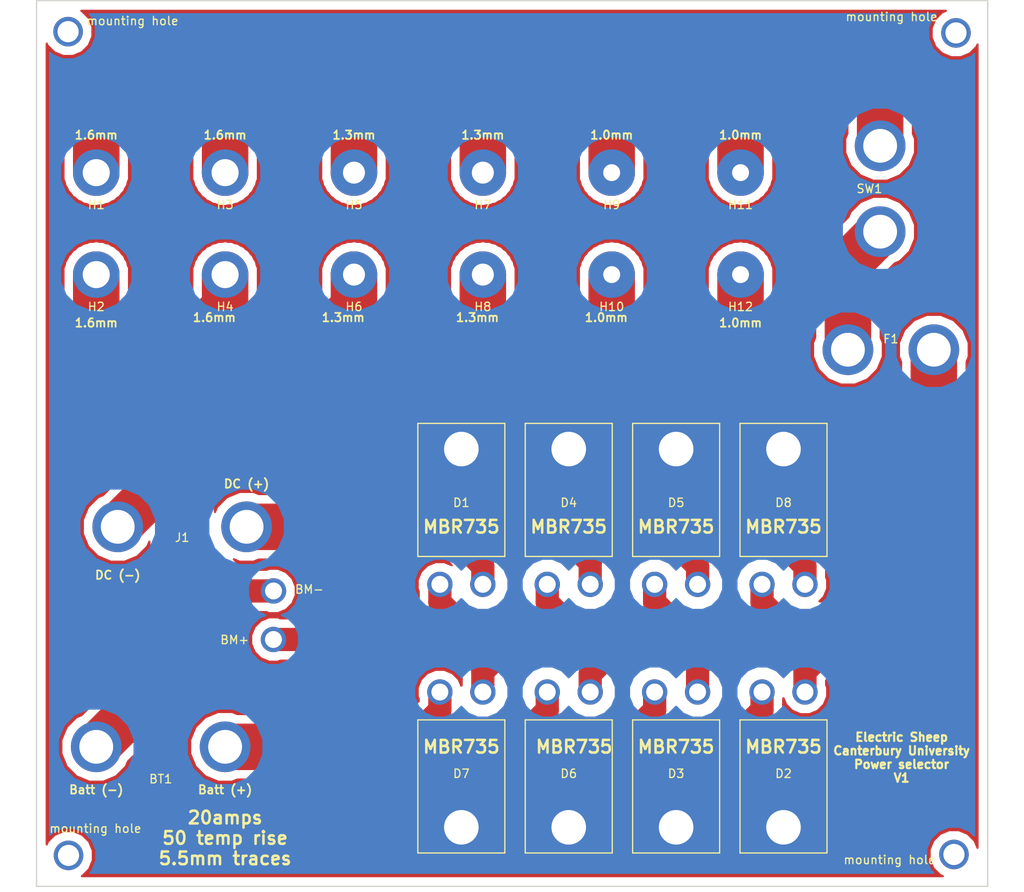
<source format=kicad_pcb>
(kicad_pcb (version 20171130) (host pcbnew "(5.0.2)-1")

  (general
    (thickness 1.6)
    (drawings 32)
    (tracks 133)
    (zones 0)
    (modules 30)
    (nets 3)
  )

  (page A4)
  (layers
    (0 F.Cu signal)
    (31 B.Cu signal)
    (32 B.Adhes user hide)
    (33 F.Adhes user hide)
    (34 B.Paste user hide)
    (35 F.Paste user hide)
    (36 B.SilkS user)
    (37 F.SilkS user)
    (38 B.Mask user)
    (39 F.Mask user)
    (40 Dwgs.User user hide)
    (41 Cmts.User user hide)
    (42 Eco1.User user hide)
    (43 Eco2.User user hide)
    (44 Edge.Cuts user)
    (45 Margin user hide)
    (46 B.CrtYd user hide)
    (47 F.CrtYd user hide)
    (48 B.Fab user hide)
    (49 F.Fab user hide)
  )

  (setup
    (last_trace_width 0.25)
    (trace_clearance 0.2)
    (zone_clearance 1.4)
    (zone_45_only no)
    (trace_min 0.2)
    (segment_width 0.2)
    (edge_width 0.15)
    (via_size 0.8)
    (via_drill 0.4)
    (via_min_size 0.4)
    (via_min_drill 0.3)
    (uvia_size 0.3)
    (uvia_drill 0.1)
    (uvias_allowed no)
    (uvia_min_size 0.2)
    (uvia_min_drill 0.1)
    (pcb_text_width 0.3)
    (pcb_text_size 1.5 1.5)
    (mod_edge_width 0.15)
    (mod_text_size 1 1)
    (mod_text_width 0.15)
    (pad_size 3.5 3.5)
    (pad_drill 2.5)
    (pad_to_mask_clearance 0.051)
    (solder_mask_min_width 0.25)
    (aux_axis_origin 0 0)
    (visible_elements 7FFFFFFF)
    (pcbplotparams
      (layerselection 0x010f0_ffffffff)
      (usegerberextensions true)
      (usegerberattributes false)
      (usegerberadvancedattributes false)
      (creategerberjobfile false)
      (excludeedgelayer true)
      (linewidth 0.150000)
      (plotframeref false)
      (viasonmask false)
      (mode 1)
      (useauxorigin false)
      (hpglpennumber 1)
      (hpglpenspeed 20)
      (hpglpendiameter 15.000000)
      (psnegative false)
      (psa4output false)
      (plotreference true)
      (plotvalue false)
      (plotinvisibletext false)
      (padsonsilk false)
      (subtractmaskfromsilk false)
      (outputformat 1)
      (mirror false)
      (drillshape 0)
      (scaleselection 1)
      (outputdirectory "Gerber/"))
  )

  (net 0 "")
  (net 1 "Net-(H1-Pad1)")
  (net 2 "Net-(D5-Pad2)")

  (net_class Default "This is the default net class."
    (clearance 0.2)
    (trace_width 0.25)
    (via_dia 0.8)
    (via_drill 0.4)
    (uvia_dia 0.3)
    (uvia_drill 0.1)
    (add_net "Net-(D5-Pad2)")
    (add_net "Net-(H1-Pad1)")
  )

  (module "" (layer F.Cu) (tedit 5CCFE322) (tstamp 5CCA5D66)
    (at 75.46 127.15)
    (fp_text reference "" (at 0 0) (layer F.SilkS)
      (effects (font (size 1.27 1.27) (thickness 0.15)))
    )
    (fp_text value "" (at 0 0) (layer F.SilkS)
      (effects (font (size 1.27 1.27) (thickness 0.15)))
    )
    (fp_circle (center 0 0) (end 2.75 0) (layer F.CrtYd) (width 0.05))
    (fp_circle (center 0 0) (end 2.5 0) (layer Cmts.User) (width 0.15))
    (fp_text user %R (at 0.3 0) (layer F.Fab)
      (effects (font (size 1 1) (thickness 0.15)))
    )
    (fp_text user MountingHole_2.5mm (at 0 3.5) (layer F.Fab)
      (effects (font (size 1 1) (thickness 0.15)))
    )
    (fp_text user "mounting hole" (at 3.175 -3.175) (layer F.SilkS)
      (effects (font (size 1 1) (thickness 0.15)))
    )
    (pad "" thru_hole circle (at 0 0) (size 3.5 3.5) (drill 2.5) (layers *.Cu *.Mask))
  )

  (module "" (layer F.Cu) (tedit 5CCFE348) (tstamp 5CCA5D66)
    (at 180.18 127.04)
    (fp_text reference "" (at 0 0) (layer F.SilkS)
      (effects (font (size 1.27 1.27) (thickness 0.15)))
    )
    (fp_text value "" (at 0 0) (layer F.SilkS)
      (effects (font (size 1.27 1.27) (thickness 0.15)))
    )
    (fp_circle (center 0 0) (end 2.75 0) (layer F.CrtYd) (width 0.05))
    (fp_circle (center 0 0) (end 2.5 0) (layer Cmts.User) (width 0.15))
    (fp_text user %R (at 0.3 0) (layer F.Fab)
      (effects (font (size 1 1) (thickness 0.15)))
    )
    (fp_text user MountingHole_2.5mm (at 0 3.5) (layer F.Fab)
      (effects (font (size 1 1) (thickness 0.15)))
    )
    (fp_text user "mounting hole" (at -7.62 0.635) (layer F.SilkS)
      (effects (font (size 1 1) (thickness 0.15)))
    )
    (pad "" thru_hole circle (at 0 0) (size 3.5 3.5) (drill 2.5) (layers *.Cu *.Mask))
  )

  (module "" (layer F.Cu) (tedit 5CCFE33B) (tstamp 5CCA5D66)
    (at 180.42 29.82)
    (fp_text reference "" (at 0 0) (layer F.SilkS)
      (effects (font (size 1.27 1.27) (thickness 0.15)))
    )
    (fp_text value "" (at 0 0) (layer F.SilkS)
      (effects (font (size 1.27 1.27) (thickness 0.15)))
    )
    (fp_circle (center 0 0) (end 2.75 0) (layer F.CrtYd) (width 0.05))
    (fp_circle (center 0 0) (end 2.5 0) (layer Cmts.User) (width 0.15))
    (fp_text user %R (at 0.3 0) (layer F.Fab)
      (effects (font (size 1 1) (thickness 0.15)))
    )
    (fp_text user MountingHole_2.5mm (at 0 3.5) (layer F.Fab)
      (effects (font (size 1 1) (thickness 0.15)))
    )
    (fp_text user "mounting hole" (at -7.62 -1.905) (layer F.SilkS)
      (effects (font (size 1 1) (thickness 0.15)))
    )
    (pad "" thru_hole circle (at 0 0) (size 3.5 3.5) (drill 2.5) (layers *.Cu *.Mask))
  )

  (module "" (layer F.Cu) (tedit 5CCFE32C) (tstamp 5CCA5D66)
    (at 75.41 29.67)
    (fp_text reference "" (at 0 0) (layer F.SilkS)
      (effects (font (size 1.27 1.27) (thickness 0.15)))
    )
    (fp_text value "" (at 0 0) (layer F.SilkS)
      (effects (font (size 1.27 1.27) (thickness 0.15)))
    )
    (fp_circle (center 0 0) (end 2.75 0) (layer F.CrtYd) (width 0.05))
    (fp_circle (center 0 0) (end 2.5 0) (layer Cmts.User) (width 0.15))
    (fp_text user %R (at 0.3 0) (layer F.Fab)
      (effects (font (size 1 1) (thickness 0.15)))
    )
    (fp_text user MountingHole_2.5mm (at 0 3.5) (layer F.Fab)
      (effects (font (size 1 1) (thickness 0.15)))
    )
    (fp_text user "mounting hole" (at 7.62 -1.27) (layer F.SilkS)
      (effects (font (size 1 1) (thickness 0.15)))
    )
    (pad "" thru_hole circle (at 0 0) (size 3.5 3.5) (drill 2.5) (layers *.Cu *.Mask))
  )

  (module "" (layer F.Cu) (tedit 5CCD82B5) (tstamp 5CCA3CAF)
    (at 99.695 101.6)
    (fp_text reference "" (at 0 0) (layer F.SilkS)
      (effects (font (size 1.27 1.27) (thickness 0.15)))
    )
    (fp_text value "" (at 0 0) (layer F.SilkS)
      (effects (font (size 1.27 1.27) (thickness 0.15)))
    )
    (fp_text user Pads (at 0 1.905) (layer F.Fab)
      (effects (font (size 1 1) (thickness 0.15)))
    )
    (fp_text user "" (at 0.02 4.69) (layer F.SilkS)
      (effects (font (size 1.25 1.25) (thickness 0.2)))
    )
    (pad 1 thru_hole circle (at 0 0) (size 3 3) (drill 2) (layers *.Cu *.Mask)
      (net 1 "Net-(H1-Pad1)"))
  )

  (module "" (layer F.Cu) (tedit 5CCD82A9) (tstamp 5CCA3C96)
    (at 99.705 95.855)
    (fp_text reference "" (at 0 0) (layer F.SilkS)
      (effects (font (size 1.27 1.27) (thickness 0.15)))
    )
    (fp_text value "" (at 0 0) (layer F.SilkS)
      (effects (font (size 1.27 1.27) (thickness 0.15)))
    )
    (fp_text user Pads (at -0.01 -1.875) (layer F.Fab)
      (effects (font (size 1 1) (thickness 0.15)))
    )
    (fp_text user "" (at 0.02 4.69) (layer F.SilkS)
      (effects (font (size 1.25 1.25) (thickness 0.2)))
    )
    (pad 1 thru_hole circle (at 0 0) (size 3 3) (drill 2) (layers *.Cu *.Mask)
      (net 1 "Net-(H1-Pad1)"))
  )

  (module Battery:Battery (layer F.Cu) (tedit 5CCD805A) (tstamp 5CCA36E5)
    (at 86.36 114.3)
    (path /5CAE119E)
    (fp_text reference BT1 (at 0 3.81) (layer F.SilkS)
      (effects (font (size 1 1) (thickness 0.15)))
    )
    (fp_text value Battery (at 0 2.54) (layer F.Fab)
      (effects (font (size 1 1) (thickness 0.15)))
    )
    (pad - thru_hole circle (at -7.62 0) (size 6 6) (drill 4) (layers *.Cu *.Mask)
      (net 1 "Net-(H1-Pad1)"))
    (pad + thru_hole circle (at 7.62 0) (size 6 6) (drill 4) (layers *.Cu *.Mask)
      (net 1 "Net-(H1-Pad1)"))
  )

  (module Diode_THT:MBR735 (layer F.Cu) (tedit 5CCD822A) (tstamp 5CCA36F0)
    (at 121.92 79.065)
    (path /5CA9782F)
    (fp_text reference D1 (at 0 6.35) (layer F.SilkS)
      (effects (font (size 1 1) (thickness 0.15)))
    )
    (fp_text value MBR735 (at 0 10.16) (layer F.Fab)
      (effects (font (size 1 1) (thickness 0.15)))
    )
    (fp_line (start 5.145 -3.04) (end 5.145 12.71) (layer F.SilkS) (width 0.15))
    (fp_line (start -5.145 12.71) (end 5.145 12.71) (layer F.SilkS) (width 0.15))
    (fp_line (start -5.145 -3.04) (end -5.145 12.71) (layer F.SilkS) (width 0.15))
    (fp_line (start -5.145 -3.04) (end 5.145 -3.04) (layer F.SilkS) (width 0.15))
    (pad 4 thru_hole rect (at 0 0) (size 11 7) (drill 4.09) (layers *.Mask F.Cu)
      (net 2 "Net-(D5-Pad2)"))
    (pad 3 thru_hole circle (at 2.54 16.01) (size 3 3) (drill 2) (layers *.Cu *.Mask)
      (net 1 "Net-(H1-Pad1)"))
    (pad 1 thru_hole circle (at -2.54 16.01) (size 3 3) (drill 2) (layers *.Cu *.Mask)
      (net 1 "Net-(H1-Pad1)"))
  )

  (module Diode_THT:MBR735 (layer F.Cu) (tedit 5CCD8275) (tstamp 5CCA36FB)
    (at 160.02 123.825 180)
    (path /5CA977C3)
    (fp_text reference D2 (at 0 6.35 180) (layer F.SilkS)
      (effects (font (size 1 1) (thickness 0.15)))
    )
    (fp_text value MBR735 (at 0 10.16 180) (layer F.Fab)
      (effects (font (size 1 1) (thickness 0.15)))
    )
    (fp_line (start -5.145 -3.04) (end 5.145 -3.04) (layer F.SilkS) (width 0.15))
    (fp_line (start -5.145 -3.04) (end -5.145 12.71) (layer F.SilkS) (width 0.15))
    (fp_line (start -5.145 12.71) (end 5.145 12.71) (layer F.SilkS) (width 0.15))
    (fp_line (start 5.145 -3.04) (end 5.145 12.71) (layer F.SilkS) (width 0.15))
    (pad 1 thru_hole circle (at -2.54 16.01 180) (size 3 3) (drill 2) (layers *.Cu *.Mask)
      (net 1 "Net-(H1-Pad1)"))
    (pad 3 thru_hole circle (at 2.54 16.01 180) (size 3 3) (drill 2) (layers *.Cu *.Mask)
      (net 1 "Net-(H1-Pad1)"))
    (pad 4 thru_hole rect (at 0 0 180) (size 11 7) (drill 4.09) (layers *.Mask F.Cu)
      (net 2 "Net-(D5-Pad2)"))
  )

  (module Diode_THT:MBR735 (layer F.Cu) (tedit 5CCD8286) (tstamp 5CCA3706)
    (at 147.32 123.825 180)
    (path /5CA976AC)
    (fp_text reference D3 (at 0 6.35 180) (layer F.SilkS)
      (effects (font (size 1 1) (thickness 0.15)))
    )
    (fp_text value MBR735 (at 0 10.16 180) (layer F.Fab)
      (effects (font (size 1 1) (thickness 0.15)))
    )
    (fp_line (start 5.145 -3.04) (end 5.145 12.71) (layer F.SilkS) (width 0.15))
    (fp_line (start -5.145 12.71) (end 5.145 12.71) (layer F.SilkS) (width 0.15))
    (fp_line (start -5.145 -3.04) (end -5.145 12.71) (layer F.SilkS) (width 0.15))
    (fp_line (start -5.145 -3.04) (end 5.145 -3.04) (layer F.SilkS) (width 0.15))
    (pad 4 thru_hole rect (at 0 0 180) (size 11 7) (drill 4.09) (layers *.Mask F.Cu)
      (net 2 "Net-(D5-Pad2)"))
    (pad 3 thru_hole circle (at 2.54 16.01 180) (size 3 3) (drill 2) (layers *.Cu *.Mask)
      (net 1 "Net-(H1-Pad1)"))
    (pad 1 thru_hole circle (at -2.54 16.01 180) (size 3 3) (drill 2) (layers *.Cu *.Mask)
      (net 1 "Net-(H1-Pad1)"))
  )

  (module Diode_THT:MBR735 (layer F.Cu) (tedit 5CCD823D) (tstamp 5CCA3711)
    (at 134.62 79.065)
    (path /5CA9775C)
    (fp_text reference D4 (at 0 6.35) (layer F.SilkS)
      (effects (font (size 1 1) (thickness 0.15)))
    )
    (fp_text value MBR735 (at 0 10.16) (layer F.Fab)
      (effects (font (size 1 1) (thickness 0.15)))
    )
    (fp_line (start -5.145 -3.04) (end 5.145 -3.04) (layer F.SilkS) (width 0.15))
    (fp_line (start -5.145 -3.04) (end -5.145 12.71) (layer F.SilkS) (width 0.15))
    (fp_line (start -5.145 12.71) (end 5.145 12.71) (layer F.SilkS) (width 0.15))
    (fp_line (start 5.145 -3.04) (end 5.145 12.71) (layer F.SilkS) (width 0.15))
    (pad 1 thru_hole circle (at -2.54 16.01) (size 3 3) (drill 2) (layers *.Cu *.Mask)
      (net 1 "Net-(H1-Pad1)"))
    (pad 3 thru_hole circle (at 2.54 16.01) (size 3 3) (drill 2) (layers *.Cu *.Mask)
      (net 1 "Net-(H1-Pad1)"))
    (pad 4 thru_hole rect (at 0 0) (size 11 7) (drill 4.09) (layers *.Mask F.Cu)
      (net 2 "Net-(D5-Pad2)"))
  )

  (module Diode_THT:MBR735 (layer F.Cu) (tedit 5CCD824D) (tstamp 5CCA371C)
    (at 147.32 79.065)
    (path /5CA97EAC)
    (fp_text reference D5 (at 0 6.35) (layer F.SilkS)
      (effects (font (size 1 1) (thickness 0.15)))
    )
    (fp_text value MBR735 (at 0 10.16) (layer F.Fab)
      (effects (font (size 1 1) (thickness 0.15)))
    )
    (fp_line (start 5.145 -3.04) (end 5.145 12.71) (layer F.SilkS) (width 0.15))
    (fp_line (start -5.145 12.71) (end 5.145 12.71) (layer F.SilkS) (width 0.15))
    (fp_line (start -5.145 -3.04) (end -5.145 12.71) (layer F.SilkS) (width 0.15))
    (fp_line (start -5.145 -3.04) (end 5.145 -3.04) (layer F.SilkS) (width 0.15))
    (pad 4 thru_hole rect (at 0 0) (size 11 7) (drill 4.09) (layers *.Mask F.Cu)
      (net 2 "Net-(D5-Pad2)"))
    (pad 3 thru_hole circle (at 2.54 16.01) (size 3 3) (drill 2) (layers *.Cu *.Mask)
      (net 1 "Net-(H1-Pad1)"))
    (pad 1 thru_hole circle (at -2.54 16.01) (size 3 3) (drill 2) (layers *.Cu *.Mask)
      (net 1 "Net-(H1-Pad1)"))
  )

  (module Diode_THT:MBR735 (layer F.Cu) (tedit 5CCD828F) (tstamp 5CCA3727)
    (at 134.62 123.825 180)
    (path /5CA97E5C)
    (fp_text reference D6 (at 0 6.35 180) (layer F.SilkS)
      (effects (font (size 1 1) (thickness 0.15)))
    )
    (fp_text value MBR735 (at 0 10.16 180) (layer F.Fab)
      (effects (font (size 1 1) (thickness 0.15)))
    )
    (fp_line (start -5.145 -3.04) (end 5.145 -3.04) (layer F.SilkS) (width 0.15))
    (fp_line (start -5.145 -3.04) (end -5.145 12.71) (layer F.SilkS) (width 0.15))
    (fp_line (start -5.145 12.71) (end 5.145 12.71) (layer F.SilkS) (width 0.15))
    (fp_line (start 5.145 -3.04) (end 5.145 12.71) (layer F.SilkS) (width 0.15))
    (pad 1 thru_hole circle (at -2.54 16.01 180) (size 3 3) (drill 2) (layers *.Cu *.Mask)
      (net 1 "Net-(H1-Pad1)"))
    (pad 3 thru_hole circle (at 2.54 16.01 180) (size 3 3) (drill 2) (layers *.Cu *.Mask)
      (net 1 "Net-(H1-Pad1)"))
    (pad 4 thru_hole rect (at 0 0 180) (size 11 7) (drill 4.09) (layers *.Mask F.Cu)
      (net 2 "Net-(D5-Pad2)"))
  )

  (module Diode_THT:MBR735 (layer F.Cu) (tedit 5CCD829E) (tstamp 5CCA3732)
    (at 121.92 123.825 180)
    (path /5CA97E07)
    (fp_text reference D7 (at 0 6.35 180) (layer F.SilkS)
      (effects (font (size 1 1) (thickness 0.15)))
    )
    (fp_text value MBR735 (at 0 10.16 180) (layer F.Fab)
      (effects (font (size 1 1) (thickness 0.15)))
    )
    (fp_line (start 5.145 -3.04) (end 5.145 12.71) (layer F.SilkS) (width 0.15))
    (fp_line (start -5.145 12.71) (end 5.145 12.71) (layer F.SilkS) (width 0.15))
    (fp_line (start -5.145 -3.04) (end -5.145 12.71) (layer F.SilkS) (width 0.15))
    (fp_line (start -5.145 -3.04) (end 5.145 -3.04) (layer F.SilkS) (width 0.15))
    (pad 4 thru_hole rect (at 0 0 180) (size 11 7) (drill 4.09) (layers *.Mask F.Cu)
      (net 2 "Net-(D5-Pad2)"))
    (pad 3 thru_hole circle (at 2.54 16.01 180) (size 3 3) (drill 2) (layers *.Cu *.Mask)
      (net 1 "Net-(H1-Pad1)"))
    (pad 1 thru_hole circle (at -2.54 16.01 180) (size 3 3) (drill 2) (layers *.Cu *.Mask)
      (net 1 "Net-(H1-Pad1)"))
  )

  (module Diode_THT:MBR735 (layer F.Cu) (tedit 5CCD8083) (tstamp 5CCA373D)
    (at 160.02 79.065)
    (path /5CA97D96)
    (fp_text reference D8 (at 0 6.35) (layer F.SilkS)
      (effects (font (size 1 1) (thickness 0.15)))
    )
    (fp_text value MBR735 (at 0 10.16) (layer F.Fab)
      (effects (font (size 1 1) (thickness 0.15)))
    )
    (fp_line (start -5.145 -3.04) (end 5.145 -3.04) (layer F.SilkS) (width 0.15))
    (fp_line (start -5.145 -3.04) (end -5.145 12.71) (layer F.SilkS) (width 0.15))
    (fp_line (start -5.145 12.71) (end 5.145 12.71) (layer F.SilkS) (width 0.15))
    (fp_line (start 5.145 -3.04) (end 5.145 12.71) (layer F.SilkS) (width 0.15))
    (pad 1 thru_hole circle (at -2.54 16.01) (size 3 3) (drill 2) (layers *.Cu *.Mask)
      (net 1 "Net-(H1-Pad1)"))
    (pad 3 thru_hole circle (at 2.54 16.01) (size 3 3) (drill 2) (layers *.Cu *.Mask)
      (net 1 "Net-(H1-Pad1)"))
    (pad 4 thru_hole rect (at 0 0) (size 11 7) (drill 4.09) (layers *.Mask F.Cu)
      (net 2 "Net-(D5-Pad2)"))
  )

  (module Fuse:Fuse (layer F.Cu) (tedit 5CCE1C1F) (tstamp 5CCA3743)
    (at 172.72 71.12 180)
    (path /5CAEEDF1)
    (fp_text reference F1 (at 0 5.08 180) (layer F.SilkS)
      (effects (font (size 1 1) (thickness 0.15)))
    )
    (fp_text value Fuse (at 0 2.54 180) (layer F.Fab)
      (effects (font (size 1 1) (thickness 0.15)))
    )
    (pad 1 thru_hole circle (at -5.08 3.81 180) (size 6 6) (drill 4) (layers *.Cu *.Mask)
      (net 1 "Net-(H1-Pad1)"))
    (pad 2 thru_hole circle (at 5.08 3.81 180) (size 6 6) (drill 4) (layers *.Cu *.Mask)
      (net 1 "Net-(H1-Pad1)"))
  )

  (module "MountingHole:1.6mm hole" (layer F.Cu) (tedit 5CCD7F72) (tstamp 5CCA3748)
    (at 78.74 43.815)
    (path /5CAED8B6)
    (fp_text reference H1 (at 0 6.35) (layer F.SilkS)
      (effects (font (size 1 1) (thickness 0.15)))
    )
    (fp_text value MountingHole_Pad (at 0 -1.27) (layer F.Fab)
      (effects (font (size 1 1) (thickness 0.15)))
    )
    (pad 1 thru_hole circle (at 0 2.54) (size 5.5 5.5) (drill 3.2) (layers *.Cu *.Mask)
      (net 1 "Net-(H1-Pad1)"))
  )

  (module "MountingHole:1.6mm hole" (layer F.Cu) (tedit 5CCD800E) (tstamp 5CCA374D)
    (at 78.74 55.88)
    (path /5CAF58C7)
    (fp_text reference H2 (at 0 6.35) (layer F.SilkS)
      (effects (font (size 1 1) (thickness 0.15)))
    )
    (fp_text value MountingHole_Pad (at 0 -1.27) (layer F.Fab)
      (effects (font (size 1 1) (thickness 0.15)))
    )
    (pad 1 thru_hole circle (at 0 2.54) (size 5.5 5.5) (drill 3.2) (layers *.Cu *.Mask)
      (net 1 "Net-(H1-Pad1)"))
  )

  (module "MountingHole:1.6mm hole" (layer F.Cu) (tedit 5CCD7F79) (tstamp 5CCA3752)
    (at 93.98 43.815)
    (path /5CAED3FF)
    (fp_text reference H3 (at 0 6.35) (layer F.SilkS)
      (effects (font (size 1 1) (thickness 0.15)))
    )
    (fp_text value MountingHole_Pad (at 0 -1.27) (layer F.Fab)
      (effects (font (size 1 1) (thickness 0.15)))
    )
    (pad 1 thru_hole circle (at 0 2.54) (size 5.5 5.5) (drill 3.2) (layers *.Cu *.Mask)
      (net 1 "Net-(H1-Pad1)"))
  )

  (module "MountingHole:1.6mm hole" (layer F.Cu) (tedit 5CCD8006) (tstamp 5CCA3757)
    (at 93.98 55.88)
    (path /5CAF58AB)
    (fp_text reference H4 (at 0 6.35) (layer F.SilkS)
      (effects (font (size 1 1) (thickness 0.15)))
    )
    (fp_text value MountingHole_Pad (at 0 -1.27) (layer F.Fab)
      (effects (font (size 1 1) (thickness 0.15)))
    )
    (pad 1 thru_hole circle (at 0 2.54) (size 5.5 5.5) (drill 3.2) (layers *.Cu *.Mask)
      (net 1 "Net-(H1-Pad1)"))
  )

  (module MountingHole:1.3mm (layer F.Cu) (tedit 5CCD7F8B) (tstamp 5CCA375C)
    (at 109.22 42.545)
    (path /5CAED767)
    (fp_text reference H5 (at 0 7.62) (layer F.SilkS)
      (effects (font (size 1 1) (thickness 0.15)))
    )
    (fp_text value MountingHole_Pad (at 0 0) (layer F.Fab)
      (effects (font (size 1 1) (thickness 0.15)))
    )
    (pad 1 thru_hole circle (at 0 3.81) (size 5.5 5.5) (drill 2.6) (layers *.Cu *.Mask)
      (net 1 "Net-(H1-Pad1)"))
  )

  (module MountingHole:1.3mm (layer F.Cu) (tedit 5CCD7FE1) (tstamp 5CCA3761)
    (at 109.22 54.61)
    (path /5CAF58B2)
    (fp_text reference H6 (at 0 7.62) (layer F.SilkS)
      (effects (font (size 1 1) (thickness 0.15)))
    )
    (fp_text value MountingHole_Pad (at 0 0) (layer F.Fab)
      (effects (font (size 1 1) (thickness 0.15)))
    )
    (pad 1 thru_hole circle (at 0 3.81) (size 5.5 5.5) (drill 2.6) (layers *.Cu *.Mask)
      (net 1 "Net-(H1-Pad1)"))
  )

  (module MountingHole:1.3mm (layer F.Cu) (tedit 5CCD7F93) (tstamp 5CCA3766)
    (at 124.46 42.545)
    (path /5CAED7D3)
    (fp_text reference H7 (at 0 7.62) (layer F.SilkS)
      (effects (font (size 1 1) (thickness 0.15)))
    )
    (fp_text value MountingHole_Pad (at 0 0) (layer F.Fab)
      (effects (font (size 1 1) (thickness 0.15)))
    )
    (pad 1 thru_hole circle (at 0 3.81) (size 5.5 5.5) (drill 2.6) (layers *.Cu *.Mask)
      (net 1 "Net-(H1-Pad1)"))
  )

  (module MountingHole:1.3mm (layer F.Cu) (tedit 5CCD7FD9) (tstamp 5CCA376B)
    (at 124.46 54.61)
    (path /5CAF58B9)
    (fp_text reference H8 (at 0 7.62) (layer F.SilkS)
      (effects (font (size 1 1) (thickness 0.15)))
    )
    (fp_text value MountingHole_Pad (at 0 0) (layer F.Fab)
      (effects (font (size 1 1) (thickness 0.15)))
    )
    (pad 1 thru_hole circle (at 0 3.81) (size 5.5 5.5) (drill 2.6) (layers *.Cu *.Mask)
      (net 1 "Net-(H1-Pad1)"))
  )

  (module MountingHole:1.0mm (layer F.Cu) (tedit 5CCE1E77) (tstamp 5CCA3770)
    (at 139.7 42.545)
    (path /5CAED884)
    (fp_text reference H9 (at 0 7.62) (layer F.SilkS)
      (effects (font (size 1 1) (thickness 0.15)))
    )
    (fp_text value MountingHole_Pad (at 0 -0.5) (layer F.Fab)
      (effects (font (size 1 1) (thickness 0.15)))
    )
    (pad 1 thru_hole circle (at 0 3.81) (size 5.5 5.5) (drill 2) (layers *.Cu *.Mask)
      (net 1 "Net-(H1-Pad1)"))
  )

  (module MountingHole:1.0mm (layer F.Cu) (tedit 5CCD7FD0) (tstamp 5CCA3775)
    (at 139.7 54.61)
    (path /5CAF58C0)
    (fp_text reference H10 (at 0 7.62) (layer F.SilkS)
      (effects (font (size 1 1) (thickness 0.15)))
    )
    (fp_text value MountingHole_Pad (at 0 -0.5) (layer F.Fab)
      (effects (font (size 1 1) (thickness 0.15)))
    )
    (pad 1 thru_hole circle (at 0 3.81) (size 5.5 5.5) (drill 2) (layers *.Cu *.Mask)
      (net 1 "Net-(H1-Pad1)"))
  )

  (module MountingHole:1.0mm (layer F.Cu) (tedit 5CCD7FA3) (tstamp 5CCA377A)
    (at 154.94 42.545)
    (path /5CAEDB29)
    (fp_text reference H11 (at 0 7.62) (layer F.SilkS)
      (effects (font (size 1 1) (thickness 0.15)))
    )
    (fp_text value MountingHole_Pad (at 0 -0.5) (layer F.Fab)
      (effects (font (size 1 1) (thickness 0.15)))
    )
    (pad 1 thru_hole circle (at 0 3.81) (size 5.5 5.5) (drill 2) (layers *.Cu *.Mask)
      (net 1 "Net-(H1-Pad1)"))
  )

  (module MountingHole:1.0mm (layer F.Cu) (tedit 5CCD7FAC) (tstamp 5CCA377F)
    (at 154.94 54.61)
    (path /5CAF58CE)
    (fp_text reference H12 (at 0 7.62) (layer F.SilkS)
      (effects (font (size 1 1) (thickness 0.15)))
    )
    (fp_text value MountingHole_Pad (at 0 -0.5) (layer F.Fab)
      (effects (font (size 1 1) (thickness 0.15)))
    )
    (pad 1 thru_hole circle (at 0 3.81) (size 5.5 5.5) (drill 2) (layers *.Cu *.Mask)
      (net 1 "Net-(H1-Pad1)"))
  )

  (module Connector:Power (layer F.Cu) (tedit 5CCD8044) (tstamp 5CCA3785)
    (at 88.9 84.455)
    (path /5CCA3987)
    (fp_text reference J1 (at 0 5.08) (layer F.SilkS)
      (effects (font (size 1 1) (thickness 0.15)))
    )
    (fp_text value Conn_Coaxial_Power (at 0 2.54) (layer F.Fab)
      (effects (font (size 1 1) (thickness 0.15)))
    )
    (pad 1 thru_hole circle (at -7.62 3.81) (size 6 6) (drill 4) (layers *.Cu *.Mask)
      (net 1 "Net-(H1-Pad1)"))
    (pad 2 thru_hole circle (at 7.62 3.81) (size 6 6) (drill 4) (layers *.Cu *.Mask)
      (net 1 "Net-(H1-Pad1)"))
  )

  (module Button_Switch_THT:Switch (layer F.Cu) (tedit 5CCD82D0) (tstamp 5CCA378B)
    (at 173.99 48.26 270)
    (path /5CAEECA5)
    (fp_text reference SW1 (at 0 3.81) (layer F.SilkS)
      (effects (font (size 1 1) (thickness 0.15)))
    )
    (fp_text value SW_DIP_x01 (at 0 1.27 270) (layer F.Fab)
      (effects (font (size 1 1) (thickness 0.15)))
    )
    (pad 1 thru_hole circle (at -5.08 2.54 270) (size 6 6) (drill 4) (layers *.Cu *.Mask)
      (net 1 "Net-(H1-Pad1)"))
    (pad 2 thru_hole circle (at 5.08 2.54 270) (size 6 6) (drill 4) (layers *.Cu *.Mask)
      (net 1 "Net-(H1-Pad1)"))
  )

  (gr_line (start 71.68 26) (end 184.17 26) (layer Edge.Cuts) (width 0.15))
  (gr_line (start 71.68 130.81) (end 71.68 26) (layer Edge.Cuts) (width 0.15))
  (gr_line (start 184.17 130.81) (end 71.68 130.81) (layer Edge.Cuts) (width 0.15))
  (gr_line (start 184.17 26) (end 184.17 130.81) (layer Edge.Cuts) (width 0.15))
  (gr_text "BM+ " (at 95.49 101.64) (layer F.SilkS) (tstamp 5CCA62EA)
    (effects (font (size 1 1) (thickness 0.15)))
  )
  (gr_text BM- (at 103.945 95.665) (layer F.SilkS) (tstamp 5CCA62DC)
    (effects (font (size 1 1) (thickness 0.15)))
  )
  (gr_text "DC (+)" (at 96.52 83.185) (layer F.SilkS) (tstamp 5CCA610E)
    (effects (font (size 1 1) (thickness 0.2)))
  )
  (gr_text "DC (-)" (at 81.28 93.98) (layer F.SilkS) (tstamp 5CCA610E)
    (effects (font (size 1 1) (thickness 0.2)))
  )
  (gr_text "Batt (+)" (at 93.98 119.38) (layer F.SilkS) (tstamp 5CCA610E)
    (effects (font (size 1 1) (thickness 0.2)))
  )
  (gr_text "Batt (-)" (at 78.74 119.38) (layer F.SilkS)
    (effects (font (size 1 1) (thickness 0.2)))
  )
  (gr_text 1.0mm (at 154.94 41.91) (layer F.SilkS) (tstamp 5CCA5FB8)
    (effects (font (size 1 1) (thickness 0.2)))
  )
  (gr_text 1.0mm (at 154.94 64.135) (layer F.SilkS) (tstamp 5CCA5FB8)
    (effects (font (size 1 1) (thickness 0.2)))
  )
  (gr_text 1.0mm (at 139.065 63.5) (layer F.SilkS) (tstamp 5CCA5FB8)
    (effects (font (size 1 1) (thickness 0.2)))
  )
  (gr_text 1.0mm (at 139.7 41.91) (layer F.SilkS) (tstamp 5CCA5F90)
    (effects (font (size 1 1) (thickness 0.2)))
  )
  (gr_text 1.3mm (at 124.46 41.91) (layer F.SilkS) (tstamp 5CCA5F90)
    (effects (font (size 1 1) (thickness 0.2)))
  )
  (gr_text 1.3mm (at 123.825 63.5) (layer F.SilkS) (tstamp 5CCA5F90)
    (effects (font (size 1 1) (thickness 0.2)))
  )
  (gr_text 1.3mm (at 107.95 63.5) (layer F.SilkS) (tstamp 5CCA5F90)
    (effects (font (size 1 1) (thickness 0.2)))
  )
  (gr_text 1.3mm (at 109.22 41.91) (layer F.SilkS) (tstamp 5CCA5F71)
    (effects (font (size 1 1) (thickness 0.2)))
  )
  (gr_text 1.6mm (at 93.98 41.91) (layer F.SilkS) (tstamp 5CCA5F71)
    (effects (font (size 1 1) (thickness 0.2)))
  )
  (gr_text 1.6mm (at 92.71 63.5) (layer F.SilkS) (tstamp 5CCA5F71)
    (effects (font (size 1 1) (thickness 0.2)))
  )
  (gr_text 1.6mm (at 78.74 64.135) (layer F.SilkS) (tstamp 5CCA5F71)
    (effects (font (size 1 1) (thickness 0.2)))
  )
  (gr_text 1.6mm (at 78.74 41.91) (layer F.SilkS)
    (effects (font (size 1 1) (thickness 0.2)))
  )
  (gr_text "20amps\n50 temp rise\n5.5mm traces" (at 93.98 125.095) (layer F.SilkS)
    (effects (font (size 1.5 1.5) (thickness 0.3)))
  )
  (gr_text "Electric Sheep\nCanterbury University\nPower selector\nV1" (at 173.99 115.57) (layer F.SilkS)
    (effects (font (size 1 1) (thickness 0.25)))
  )
  (gr_text MBR735 (at 160.02 114.3) (layer F.SilkS) (tstamp 5CCA5E5D)
    (effects (font (size 1.5 1.5) (thickness 0.3)))
  )
  (gr_text MBR735 (at 147.32 114.3) (layer F.SilkS) (tstamp 5CCA5E5D)
    (effects (font (size 1.5 1.5) (thickness 0.3)))
  )
  (gr_text MBR735 (at 135.255 114.3) (layer F.SilkS) (tstamp 5CCA5E5D)
    (effects (font (size 1.5 1.5) (thickness 0.3)))
  )
  (gr_text MBR735 (at 121.92 114.3) (layer F.SilkS) (tstamp 5CCA5E5D)
    (effects (font (size 1.5 1.5) (thickness 0.3)))
  )
  (gr_text MBR735 (at 160.02 88.265) (layer F.SilkS) (tstamp 5CCA5E5D)
    (effects (font (size 1.5 1.5) (thickness 0.3)))
  )
  (gr_text MBR735 (at 147.32 88.265) (layer F.SilkS) (tstamp 5CCA5E5D)
    (effects (font (size 1.5 1.5) (thickness 0.3)))
  )
  (gr_text MBR735 (at 134.62 88.265) (layer F.SilkS) (tstamp 5CCA5E5D)
    (effects (font (size 1.5 1.5) (thickness 0.3)))
  )
  (gr_text MBR735 (at 121.92 88.265) (layer F.SilkS)
    (effects (font (size 1.5 1.5) (thickness 0.3)))
  )

  (segment (start 78.74 46.355) (end 78.74 38.735) (width 5.5) (layer F.Cu) (net 1))
  (segment (start 78.74 38.735) (end 85.09 32.385) (width 5.5) (layer F.Cu) (net 1))
  (segment (start 93.98 46.355) (end 93.98 40.005) (width 5.5) (layer F.Cu) (net 1))
  (segment (start 85.09 32.385) (end 101.6 32.385) (width 5.5) (layer F.Cu) (net 1))
  (segment (start 93.98 40.005) (end 101.6 32.385) (width 5.5) (layer F.Cu) (net 1))
  (segment (start 101.6 32.385) (end 115.57 32.385) (width 5.5) (layer F.Cu) (net 1))
  (segment (start 115.57 32.385) (end 118.11 32.385) (width 5.5) (layer F.Cu) (net 1))
  (segment (start 109.22 46.355) (end 109.22 40.005) (width 5.5) (layer F.Cu) (net 1))
  (segment (start 116.84 32.385) (end 118.11 32.385) (width 5.5) (layer F.Cu) (net 1))
  (segment (start 109.22 40.005) (end 116.84 32.385) (width 5.5) (layer F.Cu) (net 1))
  (segment (start 124.46 46.355) (end 124.46 40.005) (width 5.5) (layer F.Cu) (net 1))
  (segment (start 124.46 40.005) (end 132.08 32.385) (width 5.5) (layer F.Cu) (net 1))
  (segment (start 118.11 32.385) (end 132.08 32.385) (width 5.5) (layer F.Cu) (net 1))
  (segment (start 139.7 40.005) (end 147.32 32.385) (width 5.5) (layer F.Cu) (net 1))
  (segment (start 139.7 46.355) (end 139.7 40.005) (width 5.5) (layer F.Cu) (net 1))
  (segment (start 132.08 32.385) (end 147.32 32.385) (width 5.5) (layer F.Cu) (net 1))
  (segment (start 154.94 46.355) (end 154.94 38.735) (width 5.5) (layer F.Cu) (net 1))
  (segment (start 154.94 38.735) (end 161.29 32.385) (width 5.5) (layer F.Cu) (net 1))
  (segment (start 147.32 32.385) (end 161.29 32.385) (width 5.5) (layer F.Cu) (net 1))
  (segment (start 78.74 66.04) (end 78.74 58.42) (width 5.5) (layer F.Cu) (net 1))
  (segment (start 82.55 69.85) (end 78.74 66.04) (width 5.5) (layer F.Cu) (net 1))
  (segment (start 154.94 58.42) (end 154.94 64.77) (width 5.5) (layer F.Cu) (net 1))
  (segment (start 154.94 64.77) (end 149.86 69.85) (width 5.5) (layer F.Cu) (net 1))
  (segment (start 124.46 63.5) (end 118.11 69.85) (width 5.5) (layer F.Cu) (net 1))
  (segment (start 124.46 58.42) (end 124.46 63.5) (width 5.5) (layer F.Cu) (net 1))
  (segment (start 118.11 69.85) (end 104.14 69.85) (width 5.5) (layer F.Cu) (net 1))
  (segment (start 139.7 58.42) (end 139.7 63.5) (width 5.5) (layer F.Cu) (net 1))
  (segment (start 139.7 63.5) (end 133.35 69.85) (width 5.5) (layer F.Cu) (net 1))
  (segment (start 149.86 69.85) (end 133.35 69.85) (width 5.5) (layer F.Cu) (net 1))
  (segment (start 133.35 69.85) (end 118.11 69.85) (width 5.5) (layer F.Cu) (net 1))
  (segment (start 109.22 58.42) (end 109.22 62.309087) (width 5.5) (layer F.Cu) (net 1))
  (segment (start 109.140913 62.309087) (end 101.6 69.85) (width 5.5) (layer F.Cu) (net 1))
  (segment (start 109.22 62.309087) (end 109.140913 62.309087) (width 5.5) (layer F.Cu) (net 1))
  (segment (start 104.14 69.85) (end 101.6 69.85) (width 5.5) (layer F.Cu) (net 1))
  (segment (start 93.98 58.42) (end 93.98 62.23) (width 5.5) (layer F.Cu) (net 1))
  (segment (start 93.98 62.23) (end 86.36 69.85) (width 5.5) (layer F.Cu) (net 1))
  (segment (start 88.9 69.85) (end 86.36 69.85) (width 5.5) (layer F.Cu) (net 1))
  (segment (start 86.36 69.85) (end 82.55 69.85) (width 5.5) (layer F.Cu) (net 1))
  (segment (start 101.6 69.85) (end 93.98 69.85) (width 5.5) (layer F.Cu) (net 1))
  (segment (start 93.98 69.85) (end 88.9 69.85) (width 5.5) (layer F.Cu) (net 1))
  (segment (start 177.8 92.075) (end 168.91 100.965) (width 5.5) (layer F.Cu) (net 1))
  (segment (start 168.91 100.965) (end 167.005 100.965) (width 5.5) (layer F.Cu) (net 1))
  (segment (start 153.67 100.299213) (end 153.67 100.965) (width 2.75) (layer F.Cu) (net 1))
  (segment (start 141.605 100.934213) (end 141.605 100.965) (width 2.75) (layer F.Cu) (net 1))
  (segment (start 128.905 100.965) (end 124.46 100.965) (width 5.5) (layer F.Cu) (net 1))
  (segment (start 141.605 100.965) (end 137.16 100.965) (width 5.5) (layer F.Cu) (net 1))
  (segment (start 137.16 100.965) (end 128.905 100.965) (width 5.5) (layer F.Cu) (net 1))
  (segment (start 153.67 100.965) (end 149.86 100.965) (width 5.5) (layer F.Cu) (net 1))
  (segment (start 149.86 100.965) (end 141.605 100.965) (width 5.5) (layer F.Cu) (net 1))
  (segment (start 167.005 100.965) (end 161.925 100.965) (width 5.5) (layer F.Cu) (net 1))
  (segment (start 161.925 100.965) (end 153.67 100.965) (width 5.5) (layer F.Cu) (net 1))
  (segment (start 107.315 114.3) (end 93.98 114.3) (width 5.5) (layer F.Cu) (net 1))
  (segment (start 108.585 88.265) (end 96.52 88.265) (width 5.5) (layer F.Cu) (net 1))
  (segment (start 88.9 104.14) (end 88.9 102.235) (width 5.5) (layer F.Cu) (net 1))
  (segment (start 78.74 114.3) (end 88.9 104.14) (width 5.5) (layer F.Cu) (net 1))
  (segment (start 114.935 89.215787) (end 114.935 88.265) (width 2.75) (layer F.Cu) (net 1))
  (segment (start 114.935 88.265) (end 108.585 88.265) (width 5.5) (layer F.Cu) (net 1))
  (segment (start 127.635 89.215787) (end 127.635 88.265) (width 2.75) (layer F.Cu) (net 1))
  (segment (start 110.49 114.3) (end 110.49 104.775) (width 2.75) (layer F.Cu) (net 1))
  (segment (start 110.49 114.3) (end 107.315 114.3) (width 5.5) (layer F.Cu) (net 1))
  (segment (start 110.49 104.775) (end 107.315 101.6) (width 2.75) (layer F.Cu) (net 1))
  (segment (start 107.315 101.6) (end 99.695 101.6) (width 2.75) (layer F.Cu) (net 1))
  (segment (start 99.705 95.855) (end 95.22 95.855) (width 2.75) (layer F.Cu) (net 1))
  (segment (start 95.22 95.855) (end 88.9 89.535) (width 2.75) (layer F.Cu) (net 1))
  (segment (start 88.9 89.535) (end 88.9 102.235) (width 5.5) (layer F.Cu) (net 1))
  (segment (start 171.45 53.34) (end 167.64 57.15) (width 5.5) (layer F.Cu) (net 1))
  (segment (start 167.64 57.15) (end 167.64 67.31) (width 5.5) (layer F.Cu) (net 1))
  (segment (start 161.29 32.385) (end 168.275 32.385) (width 5.5) (layer F.Cu) (net 1))
  (segment (start 168.275 32.385) (end 171.45 35.56) (width 5.5) (layer F.Cu) (net 1))
  (segment (start 171.45 35.56) (end 171.45 43.18) (width 5.5) (layer F.Cu) (net 1))
  (segment (start 177.8 67.31) (end 177.8 92.075) (width 5.5) (layer F.Cu) (net 1))
  (segment (start 81.28 88.265) (end 88.9 80.645) (width 5.5) (layer F.Cu) (net 1))
  (segment (start 88.9 80.645) (end 88.9 77.47) (width 5.5) (layer F.Cu) (net 1))
  (segment (start 88.9 89.535) (end 88.9 77.47) (width 5.5) (layer F.Cu) (net 1))
  (segment (start 88.9 77.47) (end 88.9 69.85) (width 5.5) (layer F.Cu) (net 1))
  (segment (start 124.46 92.95368) (end 119.99 88.48368) (width 2.75) (layer F.Cu) (net 1))
  (segment (start 124.46 95.075) (end 124.46 92.95368) (width 2.75) (layer F.Cu) (net 1))
  (segment (start 119.99 88.48368) (end 119.99 88.265) (width 2.75) (layer F.Cu) (net 1))
  (segment (start 127.635 88.265) (end 119.99 88.265) (width 5.5) (layer F.Cu) (net 1))
  (segment (start 119.99 88.265) (end 114.935 88.265) (width 5.5) (layer F.Cu) (net 1))
  (segment (start 115.01632 114.3) (end 114.16 114.3) (width 2.75) (layer F.Cu) (net 1))
  (segment (start 119.38 109.93632) (end 115.01632 114.3) (width 2.75) (layer F.Cu) (net 1))
  (segment (start 119.38 107.815) (end 119.38 109.93632) (width 2.75) (layer F.Cu) (net 1))
  (segment (start 120.015 114.3) (end 114.16 114.3) (width 5.5) (layer F.Cu) (net 1))
  (segment (start 114.16 114.3) (end 110.49 114.3) (width 5.5) (layer F.Cu) (net 1))
  (segment (start 124.46 105.41) (end 128.905 100.965) (width 2.75) (layer F.Cu) (net 1))
  (segment (start 124.46 107.815) (end 124.46 105.41) (width 2.75) (layer F.Cu) (net 1))
  (segment (start 135.84868 100.965) (end 137.16 100.965) (width 2.75) (layer F.Cu) (net 1))
  (segment (start 132.08 97.19632) (end 135.84868 100.965) (width 2.75) (layer F.Cu) (net 1))
  (segment (start 132.08 95.075) (end 132.08 97.19632) (width 2.75) (layer F.Cu) (net 1))
  (segment (start 137.16 92.505) (end 132.92 88.265) (width 2.75) (layer F.Cu) (net 1))
  (segment (start 137.16 95.075) (end 137.16 92.505) (width 2.75) (layer F.Cu) (net 1))
  (segment (start 139.7 88.265) (end 132.92 88.265) (width 5.5) (layer F.Cu) (net 1))
  (segment (start 132.92 88.265) (end 127.635 88.265) (width 5.5) (layer F.Cu) (net 1))
  (segment (start 127.71632 114.3) (end 126.87 114.3) (width 2.75) (layer F.Cu) (net 1))
  (segment (start 132.715 114.3) (end 126.87 114.3) (width 5.5) (layer F.Cu) (net 1))
  (segment (start 132.08 109.93632) (end 127.71632 114.3) (width 2.75) (layer F.Cu) (net 1))
  (segment (start 132.08 107.815) (end 132.08 109.93632) (width 2.75) (layer F.Cu) (net 1))
  (segment (start 126.87 114.3) (end 120.015 114.3) (width 5.5) (layer F.Cu) (net 1))
  (segment (start 141.605 101.24868) (end 141.605 100.965) (width 2.75) (layer F.Cu) (net 1))
  (segment (start 137.16 105.69368) (end 141.605 101.24868) (width 2.75) (layer F.Cu) (net 1))
  (segment (start 137.16 107.815) (end 137.16 105.69368) (width 2.75) (layer F.Cu) (net 1))
  (segment (start 140.41632 114.3) (end 139.95 114.3) (width 2.75) (layer F.Cu) (net 1))
  (segment (start 144.78 107.815) (end 144.78 109.93632) (width 2.75) (layer F.Cu) (net 1))
  (segment (start 144.78 109.93632) (end 140.41632 114.3) (width 2.75) (layer F.Cu) (net 1))
  (segment (start 145.415 114.3) (end 139.95 114.3) (width 5.5) (layer F.Cu) (net 1))
  (segment (start 139.95 114.3) (end 132.715 114.3) (width 5.5) (layer F.Cu) (net 1))
  (segment (start 148.54868 100.965) (end 149.86 100.965) (width 2.75) (layer F.Cu) (net 1))
  (segment (start 144.78 97.19632) (end 148.54868 100.965) (width 2.75) (layer F.Cu) (net 1))
  (segment (start 144.78 95.075) (end 144.78 97.19632) (width 2.75) (layer F.Cu) (net 1))
  (segment (start 145.25 88.34368) (end 145.25 88.265) (width 2.75) (layer F.Cu) (net 1))
  (segment (start 149.86 92.95368) (end 145.25 88.34368) (width 2.75) (layer F.Cu) (net 1))
  (segment (start 149.86 95.075) (end 149.86 92.95368) (width 2.75) (layer F.Cu) (net 1))
  (segment (start 152.4 88.265) (end 145.25 88.265) (width 5.5) (layer F.Cu) (net 1))
  (segment (start 145.25 88.265) (end 139.7 88.265) (width 5.5) (layer F.Cu) (net 1))
  (segment (start 149.86 104.775) (end 153.67 100.965) (width 2.75) (layer F.Cu) (net 1))
  (segment (start 149.86 107.815) (end 149.86 104.775) (width 2.75) (layer F.Cu) (net 1))
  (segment (start 161.24868 100.965) (end 161.925 100.965) (width 2.75) (layer F.Cu) (net 1))
  (segment (start 157.48 97.19632) (end 161.24868 100.965) (width 2.75) (layer F.Cu) (net 1))
  (segment (start 157.48 95.075) (end 157.48 97.19632) (width 2.75) (layer F.Cu) (net 1))
  (segment (start 157.87132 88.265) (end 152.4 88.265) (width 5.5) (layer F.Cu) (net 1))
  (segment (start 162.56 92.95368) (end 157.87132 88.265) (width 2.75) (layer F.Cu) (net 1))
  (segment (start 162.56 95.075) (end 162.56 92.95368) (width 2.75) (layer F.Cu) (net 1))
  (segment (start 153.11632 114.3) (end 150.16 114.3) (width 2.75) (layer F.Cu) (net 1))
  (segment (start 157.48 107.815) (end 157.48 109.93632) (width 2.75) (layer F.Cu) (net 1))
  (segment (start 158.115 114.3) (end 150.16 114.3) (width 5.5) (layer F.Cu) (net 1))
  (segment (start 157.48 109.93632) (end 153.11632 114.3) (width 2.75) (layer F.Cu) (net 1))
  (segment (start 150.16 114.3) (end 145.415 114.3) (width 5.5) (layer F.Cu) (net 1))
  (segment (start 162.56 105.41) (end 167.005 100.965) (width 2.75) (layer F.Cu) (net 1))
  (segment (start 162.56 107.815) (end 162.56 105.41) (width 2.75) (layer F.Cu) (net 1))
  (segment (start 123.14868 100.965) (end 124.46 100.965) (width 2.75) (layer F.Cu) (net 1))
  (segment (start 119.38 97.19632) (end 123.14868 100.965) (width 2.75) (layer F.Cu) (net 1))
  (segment (start 119.38 95.075) (end 119.38 97.19632) (width 2.75) (layer F.Cu) (net 1))

  (zone (net 2) (net_name "Net-(D5-Pad2)") (layer F.Cu) (tstamp 5CCFEB10) (hatch edge 0.508)
    (connect_pads (clearance 1))
    (min_thickness 0.254)
    (fill yes (arc_segments 16) (thermal_gap 1) (thermal_bridge_width 4))
    (polygon
      (pts
        (xy 71.755 26.035) (xy 184.15 26.035) (xy 184.15 130.81) (xy 71.755 130.81)
      )
    )
    (filled_polygon
      (pts
        (xy 178.79031 27.380997) (xy 177.980997 28.19031) (xy 177.543 29.247729) (xy 177.543 30.392271) (xy 177.980997 31.44969)
        (xy 178.79031 32.259003) (xy 179.847729 32.697) (xy 180.992271 32.697) (xy 182.04969 32.259003) (xy 182.859003 31.44969)
        (xy 182.968 31.186548) (xy 182.968001 126.252866) (xy 182.619003 125.41031) (xy 181.80969 124.600997) (xy 180.752271 124.163)
        (xy 179.607729 124.163) (xy 178.55031 124.600997) (xy 177.740997 125.41031) (xy 177.303 126.467729) (xy 177.303 127.612271)
        (xy 177.740997 128.66969) (xy 178.55031 129.479003) (xy 178.861737 129.608) (xy 77.043827 129.608) (xy 77.08969 129.589003)
        (xy 77.899003 128.77969) (xy 78.337 127.722271) (xy 78.337 126.577729) (xy 78.038361 125.85675) (xy 115.293 125.85675)
        (xy 115.293 127.549174) (xy 115.464576 127.963394) (xy 115.781606 128.280425) (xy 116.195826 128.452) (xy 119.76525 128.452)
        (xy 120.047 128.17025) (xy 120.047 125.575) (xy 123.793 125.575) (xy 123.793 128.17025) (xy 124.07475 128.452)
        (xy 127.644174 128.452) (xy 128.058394 128.280425) (xy 128.27 128.068818) (xy 128.481606 128.280425) (xy 128.895826 128.452)
        (xy 132.46525 128.452) (xy 132.747 128.17025) (xy 132.747 125.575) (xy 136.493 125.575) (xy 136.493 128.17025)
        (xy 136.77475 128.452) (xy 140.344174 128.452) (xy 140.758394 128.280425) (xy 140.97 128.068818) (xy 141.181606 128.280425)
        (xy 141.595826 128.452) (xy 145.16525 128.452) (xy 145.447 128.17025) (xy 145.447 125.575) (xy 149.193 125.575)
        (xy 149.193 128.17025) (xy 149.47475 128.452) (xy 153.044174 128.452) (xy 153.458394 128.280425) (xy 153.67 128.068818)
        (xy 153.881606 128.280425) (xy 154.295826 128.452) (xy 157.86525 128.452) (xy 158.147 128.17025) (xy 158.147 125.575)
        (xy 161.893 125.575) (xy 161.893 128.17025) (xy 162.17475 128.452) (xy 165.744174 128.452) (xy 166.158394 128.280425)
        (xy 166.475424 127.963394) (xy 166.647 127.549174) (xy 166.647 125.85675) (xy 166.36525 125.575) (xy 161.893 125.575)
        (xy 158.147 125.575) (xy 153.67475 125.575) (xy 153.67 125.57975) (xy 153.66525 125.575) (xy 149.193 125.575)
        (xy 145.447 125.575) (xy 140.97475 125.575) (xy 140.97 125.57975) (xy 140.96525 125.575) (xy 136.493 125.575)
        (xy 132.747 125.575) (xy 128.27475 125.575) (xy 128.27 125.57975) (xy 128.26525 125.575) (xy 123.793 125.575)
        (xy 120.047 125.575) (xy 115.57475 125.575) (xy 115.293 125.85675) (xy 78.038361 125.85675) (xy 77.899003 125.52031)
        (xy 77.08969 124.710997) (xy 76.032271 124.273) (xy 74.887729 124.273) (xy 73.83031 124.710997) (xy 73.020997 125.52031)
        (xy 72.882 125.855879) (xy 72.882 120.100826) (xy 115.293 120.100826) (xy 115.293 121.79325) (xy 115.57475 122.075)
        (xy 120.047 122.075) (xy 120.047 119.47975) (xy 123.793 119.47975) (xy 123.793 122.075) (xy 128.26525 122.075)
        (xy 128.27 122.07025) (xy 128.27475 122.075) (xy 132.747 122.075) (xy 132.747 119.47975) (xy 136.493 119.47975)
        (xy 136.493 122.075) (xy 140.96525 122.075) (xy 140.97 122.07025) (xy 140.97475 122.075) (xy 145.447 122.075)
        (xy 145.447 119.47975) (xy 149.193 119.47975) (xy 149.193 122.075) (xy 153.66525 122.075) (xy 153.67 122.07025)
        (xy 153.67475 122.075) (xy 158.147 122.075) (xy 158.147 119.47975) (xy 161.893 119.47975) (xy 161.893 122.075)
        (xy 166.36525 122.075) (xy 166.647 121.79325) (xy 166.647 120.100826) (xy 166.475424 119.686606) (xy 166.158394 119.369575)
        (xy 165.744174 119.198) (xy 162.17475 119.198) (xy 161.893 119.47975) (xy 158.147 119.47975) (xy 157.86525 119.198)
        (xy 154.295826 119.198) (xy 153.881606 119.369575) (xy 153.67 119.581182) (xy 153.458394 119.369575) (xy 153.044174 119.198)
        (xy 149.47475 119.198) (xy 149.193 119.47975) (xy 145.447 119.47975) (xy 145.16525 119.198) (xy 141.595826 119.198)
        (xy 141.181606 119.369575) (xy 140.97 119.581182) (xy 140.758394 119.369575) (xy 140.344174 119.198) (xy 136.77475 119.198)
        (xy 136.493 119.47975) (xy 132.747 119.47975) (xy 132.46525 119.198) (xy 128.895826 119.198) (xy 128.481606 119.369575)
        (xy 128.27 119.581182) (xy 128.058394 119.369575) (xy 127.644174 119.198) (xy 124.07475 119.198) (xy 123.793 119.47975)
        (xy 120.047 119.47975) (xy 119.76525 119.198) (xy 116.195826 119.198) (xy 115.781606 119.369575) (xy 115.464576 119.686606)
        (xy 115.293 120.100826) (xy 72.882 120.100826) (xy 72.882 113.479089) (xy 74.613 113.479089) (xy 74.613 115.120911)
        (xy 75.241298 116.637758) (xy 76.402242 117.798702) (xy 77.919089 118.427) (xy 79.560911 118.427) (xy 81.077758 117.798702)
        (xy 82.238702 116.637758) (xy 82.488703 116.034202) (xy 91.371446 107.15146) (xy 91.695161 106.935161) (xy 92.552053 105.65273)
        (xy 92.713317 104.842) (xy 92.852954 104.14) (xy 92.777 103.758154) (xy 92.777 96.950363) (xy 93.276573 97.449936)
        (xy 93.416159 97.658841) (xy 93.625064 97.798427) (xy 93.625067 97.79843) (xy 94.049555 98.082063) (xy 94.243768 98.211832)
        (xy 94.973575 98.357) (xy 94.973579 98.357) (xy 95.22 98.406016) (xy 95.466421 98.357) (xy 98.88068 98.357)
        (xy 99.182457 98.482) (xy 100.227543 98.482) (xy 101.193076 98.082063) (xy 101.932063 97.343076) (xy 102.332 96.377543)
        (xy 102.332 95.332457) (xy 101.932063 94.366924) (xy 101.193076 93.627937) (xy 100.227543 93.228) (xy 99.182457 93.228)
        (xy 98.88068 93.353) (xy 96.256363 93.353) (xy 95.009885 92.106523) (xy 95.699089 92.392) (xy 97.340911 92.392)
        (xy 97.944465 92.142) (xy 120.109958 92.142) (xy 120.778997 92.811039) (xy 119.902543 92.448) (xy 118.857457 92.448)
        (xy 117.891924 92.847937) (xy 117.152937 93.586924) (xy 116.753 94.552457) (xy 116.753 95.597543) (xy 116.878 95.89932)
        (xy 116.878 96.949899) (xy 116.828984 97.19632) (xy 116.878 97.442741) (xy 116.878 97.442745) (xy 117.023168 98.172552)
        (xy 117.57616 99.000161) (xy 117.785068 99.139749) (xy 120.729706 102.084388) (xy 120.807947 102.47773) (xy 121.664839 103.760161)
        (xy 122.279041 104.170557) (xy 122.103168 104.433768) (xy 121.958 105.163575) (xy 121.958 105.163579) (xy 121.908984 105.41)
        (xy 121.958 105.656421) (xy 121.958 106.99068) (xy 121.92 107.08242) (xy 121.607063 106.326924) (xy 120.868076 105.587937)
        (xy 119.902543 105.188) (xy 118.857457 105.188) (xy 117.891924 105.587937) (xy 117.152937 106.326924) (xy 116.753 107.292457)
        (xy 116.753 108.337543) (xy 116.878 108.63932) (xy 116.878 108.899958) (xy 115.354959 110.423) (xy 112.992 110.423)
        (xy 112.992 105.02142) (xy 113.041016 104.774999) (xy 112.992 104.528578) (xy 112.992 104.528575) (xy 112.846832 103.798768)
        (xy 112.293841 102.971159) (xy 112.084933 102.831571) (xy 109.258431 100.00507) (xy 109.118841 99.796159) (xy 108.291232 99.243168)
        (xy 107.561425 99.098) (xy 107.561421 99.098) (xy 107.315 99.048984) (xy 107.068579 99.098) (xy 100.51932 99.098)
        (xy 100.217543 98.973) (xy 99.172457 98.973) (xy 98.206924 99.372937) (xy 97.467937 100.111924) (xy 97.068 101.077457)
        (xy 97.068 102.122543) (xy 97.467937 103.088076) (xy 98.206924 103.827063) (xy 99.172457 104.227) (xy 100.217543 104.227)
        (xy 100.51932 104.102) (xy 106.278639 104.102) (xy 107.988001 105.811363) (xy 107.988 110.423) (xy 95.404465 110.423)
        (xy 94.800911 110.173) (xy 93.159089 110.173) (xy 91.642242 110.801298) (xy 90.481298 111.962242) (xy 89.853 113.479089)
        (xy 89.853 115.120911) (xy 90.481298 116.637758) (xy 91.642242 117.798702) (xy 93.159089 118.427) (xy 94.800911 118.427)
        (xy 95.404465 118.177) (xy 158.496846 118.177) (xy 159.62773 117.952053) (xy 160.910161 117.095161) (xy 161.767053 115.81273)
        (xy 162.067954 114.3) (xy 161.767053 112.78727) (xy 160.910161 111.504839) (xy 159.858759 110.802316) (xy 159.982 110.182745)
        (xy 159.982 110.18274) (xy 160.031016 109.936321) (xy 159.982 109.689901) (xy 159.982 108.63932) (xy 160.02 108.54758)
        (xy 160.332937 109.303076) (xy 161.071924 110.042063) (xy 162.037457 110.442) (xy 163.082543 110.442) (xy 164.048076 110.042063)
        (xy 164.787063 109.303076) (xy 165.187 108.337543) (xy 165.187 107.292457) (xy 165.062 106.99068) (xy 165.062 106.446361)
        (xy 166.666362 104.842) (xy 168.528154 104.842) (xy 168.91 104.917954) (xy 169.291846 104.842) (xy 170.42273 104.617053)
        (xy 171.705161 103.760161) (xy 171.921462 103.436443) (xy 180.271445 95.086461) (xy 180.595161 94.870161) (xy 181.452053 93.58773)
        (xy 181.531753 93.187053) (xy 181.752954 92.075) (xy 181.677 91.693154) (xy 181.677 68.734465) (xy 181.927 68.130911)
        (xy 181.927 66.489089) (xy 181.298702 64.972242) (xy 180.137758 63.811298) (xy 178.620911 63.183) (xy 176.979089 63.183)
        (xy 175.462242 63.811298) (xy 174.301298 64.972242) (xy 173.673 66.489089) (xy 173.673 68.130911) (xy 173.923 68.734465)
        (xy 173.923001 90.469093) (xy 167.304095 97.088) (xy 164.262139 97.088) (xy 164.787063 96.563076) (xy 165.187 95.597543)
        (xy 165.187 94.552457) (xy 165.062 94.25068) (xy 165.062 93.200101) (xy 165.111016 92.95368) (xy 165.062 92.707259)
        (xy 165.062 92.707255) (xy 164.916832 91.977448) (xy 164.776084 91.766804) (xy 164.50343 91.358747) (xy 164.503427 91.358744)
        (xy 164.363841 91.149839) (xy 164.154936 91.010253) (xy 161.755489 88.610807) (xy 161.824274 88.265) (xy 161.523373 86.75227)
        (xy 160.666481 85.469839) (xy 159.38405 84.612947) (xy 158.253166 84.388) (xy 97.944465 84.388) (xy 97.340911 84.138)
        (xy 95.699089 84.138) (xy 94.182242 84.766298) (xy 93.021298 85.927242) (xy 92.777 86.51703) (xy 92.777 81.09675)
        (xy 115.293 81.09675) (xy 115.293 82.789174) (xy 115.464576 83.203394) (xy 115.781606 83.520425) (xy 116.195826 83.692)
        (xy 119.76525 83.692) (xy 120.047 83.41025) (xy 120.047 80.815) (xy 123.793 80.815) (xy 123.793 83.41025)
        (xy 124.07475 83.692) (xy 127.644174 83.692) (xy 128.058394 83.520425) (xy 128.27 83.308818) (xy 128.481606 83.520425)
        (xy 128.895826 83.692) (xy 132.46525 83.692) (xy 132.747 83.41025) (xy 132.747 80.815) (xy 136.493 80.815)
        (xy 136.493 83.41025) (xy 136.77475 83.692) (xy 140.344174 83.692) (xy 140.758394 83.520425) (xy 140.97 83.308818)
        (xy 141.181606 83.520425) (xy 141.595826 83.692) (xy 145.16525 83.692) (xy 145.447 83.41025) (xy 145.447 80.815)
        (xy 149.193 80.815) (xy 149.193 83.41025) (xy 149.47475 83.692) (xy 153.044174 83.692) (xy 153.458394 83.520425)
        (xy 153.67 83.308818) (xy 153.881606 83.520425) (xy 154.295826 83.692) (xy 157.86525 83.692) (xy 158.147 83.41025)
        (xy 158.147 80.815) (xy 161.893 80.815) (xy 161.893 83.41025) (xy 162.17475 83.692) (xy 165.744174 83.692)
        (xy 166.158394 83.520425) (xy 166.475424 83.203394) (xy 166.647 82.789174) (xy 166.647 81.09675) (xy 166.36525 80.815)
        (xy 161.893 80.815) (xy 158.147 80.815) (xy 153.67475 80.815) (xy 153.67 80.81975) (xy 153.66525 80.815)
        (xy 149.193 80.815) (xy 145.447 80.815) (xy 140.97475 80.815) (xy 140.97 80.81975) (xy 140.96525 80.815)
        (xy 136.493 80.815) (xy 132.747 80.815) (xy 128.27475 80.815) (xy 128.27 80.81975) (xy 128.26525 80.815)
        (xy 123.793 80.815) (xy 120.047 80.815) (xy 115.57475 80.815) (xy 115.293 81.09675) (xy 92.777 81.09675)
        (xy 92.777 81.026845) (xy 92.852954 80.645001) (xy 92.777 80.263156) (xy 92.777 75.340826) (xy 115.293 75.340826)
        (xy 115.293 77.03325) (xy 115.57475 77.315) (xy 120.047 77.315) (xy 120.047 74.71975) (xy 123.793 74.71975)
        (xy 123.793 77.315) (xy 128.26525 77.315) (xy 128.27 77.31025) (xy 128.27475 77.315) (xy 132.747 77.315)
        (xy 132.747 74.71975) (xy 136.493 74.71975) (xy 136.493 77.315) (xy 140.96525 77.315) (xy 140.97 77.31025)
        (xy 140.97475 77.315) (xy 145.447 77.315) (xy 145.447 74.71975) (xy 149.193 74.71975) (xy 149.193 77.315)
        (xy 153.66525 77.315) (xy 153.67 77.31025) (xy 153.67475 77.315) (xy 158.147 77.315) (xy 158.147 74.71975)
        (xy 161.893 74.71975) (xy 161.893 77.315) (xy 166.36525 77.315) (xy 166.647 77.03325) (xy 166.647 75.340826)
        (xy 166.475424 74.926606) (xy 166.158394 74.609575) (xy 165.744174 74.438) (xy 162.17475 74.438) (xy 161.893 74.71975)
        (xy 158.147 74.71975) (xy 157.86525 74.438) (xy 154.295826 74.438) (xy 153.881606 74.609575) (xy 153.67 74.821182)
        (xy 153.458394 74.609575) (xy 153.044174 74.438) (xy 149.47475 74.438) (xy 149.193 74.71975) (xy 145.447 74.71975)
        (xy 145.16525 74.438) (xy 141.595826 74.438) (xy 141.181606 74.609575) (xy 140.97 74.821182) (xy 140.758394 74.609575)
        (xy 140.344174 74.438) (xy 136.77475 74.438) (xy 136.493 74.71975) (xy 132.747 74.71975) (xy 132.46525 74.438)
        (xy 128.895826 74.438) (xy 128.481606 74.609575) (xy 128.27 74.821182) (xy 128.058394 74.609575) (xy 127.644174 74.438)
        (xy 124.07475 74.438) (xy 123.793 74.71975) (xy 120.047 74.71975) (xy 119.76525 74.438) (xy 116.195826 74.438)
        (xy 115.781606 74.609575) (xy 115.464576 74.926606) (xy 115.293 75.340826) (xy 92.777 75.340826) (xy 92.777 73.727)
        (xy 101.218154 73.727) (xy 101.6 73.802954) (xy 101.981846 73.727) (xy 117.728154 73.727) (xy 118.11 73.802954)
        (xy 118.491846 73.727) (xy 132.968154 73.727) (xy 133.35 73.802954) (xy 133.731846 73.727) (xy 149.478154 73.727)
        (xy 149.86 73.802954) (xy 150.241846 73.727) (xy 151.37273 73.502053) (xy 152.655161 72.645161) (xy 152.871462 72.321443)
        (xy 157.411445 67.781461) (xy 157.735161 67.565161) (xy 158.454168 66.489089) (xy 163.513 66.489089) (xy 163.513 68.130911)
        (xy 164.141298 69.647758) (xy 165.302242 70.808702) (xy 166.819089 71.437) (xy 168.460911 71.437) (xy 169.977758 70.808702)
        (xy 171.138702 69.647758) (xy 171.767 68.130911) (xy 171.767 66.489089) (xy 171.517 65.885535) (xy 171.517 58.755905)
        (xy 173.184203 57.088702) (xy 173.787758 56.838702) (xy 174.948702 55.677758) (xy 175.577 54.160911) (xy 175.577 52.519089)
        (xy 174.948702 51.002242) (xy 173.787758 49.841298) (xy 172.270911 49.213) (xy 170.629089 49.213) (xy 169.112242 49.841298)
        (xy 167.951298 51.002242) (xy 167.701298 51.605797) (xy 165.168557 54.138538) (xy 164.844839 54.354839) (xy 163.996254 55.624839)
        (xy 163.987947 55.637271) (xy 163.687046 57.15) (xy 163.763 57.531846) (xy 163.763001 65.885533) (xy 163.513 66.489089)
        (xy 158.454168 66.489089) (xy 158.592053 66.28273) (xy 158.817 65.151846) (xy 158.892954 64.77) (xy 158.817 64.388154)
        (xy 158.817 57.648817) (xy 158.668007 57.289116) (xy 158.592053 56.90727) (xy 158.375755 56.583556) (xy 158.226762 56.223856)
        (xy 157.951461 55.948555) (xy 157.735161 55.624839) (xy 157.411446 55.40854) (xy 157.136144 55.133238) (xy 156.776442 54.984244)
        (xy 156.452729 54.767947) (xy 156.070885 54.691993) (xy 155.711183 54.543) (xy 155.321846 54.543) (xy 154.94 54.467046)
        (xy 154.558154 54.543) (xy 154.168817 54.543) (xy 153.809116 54.691993) (xy 153.42727 54.767947) (xy 153.103556 54.984245)
        (xy 152.743856 55.133238) (xy 152.468555 55.408539) (xy 152.144839 55.624839) (xy 151.92854 55.948554) (xy 151.653238 56.223856)
        (xy 151.504244 56.583558) (xy 151.287947 56.907271) (xy 151.211993 57.289115) (xy 151.063 57.648817) (xy 151.063 58.038155)
        (xy 151.063001 63.164094) (xy 148.254095 65.973) (xy 142.710422 65.973) (xy 143.352053 65.01273) (xy 143.577 63.881846)
        (xy 143.652954 63.500001) (xy 143.577 63.118156) (xy 143.577 57.648817) (xy 143.428007 57.289116) (xy 143.352053 56.90727)
        (xy 143.135755 56.583556) (xy 142.986762 56.223856) (xy 142.711461 55.948555) (xy 142.495161 55.624839) (xy 142.171446 55.40854)
        (xy 141.896144 55.133238) (xy 141.536442 54.984244) (xy 141.212729 54.767947) (xy 140.830885 54.691993) (xy 140.471183 54.543)
        (xy 140.081846 54.543) (xy 139.7 54.467046) (xy 139.318154 54.543) (xy 138.928817 54.543) (xy 138.569116 54.691993)
        (xy 138.18727 54.767947) (xy 137.863556 54.984245) (xy 137.503856 55.133238) (xy 137.228555 55.408539) (xy 136.904839 55.624839)
        (xy 136.68854 55.948554) (xy 136.413238 56.223856) (xy 136.264244 56.583558) (xy 136.047947 56.907271) (xy 135.971993 57.289115)
        (xy 135.823 57.648817) (xy 135.823 58.038155) (xy 135.823001 61.894094) (xy 131.744095 65.973) (xy 127.470422 65.973)
        (xy 128.112053 65.01273) (xy 128.337 63.881846) (xy 128.412954 63.500001) (xy 128.337 63.118156) (xy 128.337 57.648817)
        (xy 128.188007 57.289116) (xy 128.112053 56.90727) (xy 127.895755 56.583556) (xy 127.746762 56.223856) (xy 127.471461 55.948555)
        (xy 127.255161 55.624839) (xy 126.931446 55.40854) (xy 126.656144 55.133238) (xy 126.296442 54.984244) (xy 125.972729 54.767947)
        (xy 125.590885 54.691993) (xy 125.231183 54.543) (xy 124.841846 54.543) (xy 124.46 54.467046) (xy 124.078154 54.543)
        (xy 123.688817 54.543) (xy 123.329116 54.691993) (xy 122.94727 54.767947) (xy 122.623556 54.984245) (xy 122.263856 55.133238)
        (xy 121.988555 55.408539) (xy 121.664839 55.624839) (xy 121.44854 55.948554) (xy 121.173238 56.223856) (xy 121.024244 56.583558)
        (xy 120.807947 56.907271) (xy 120.731993 57.289115) (xy 120.583 57.648817) (xy 120.583 58.038155) (xy 120.583001 61.894094)
        (xy 116.504095 65.973) (xy 110.959906 65.973) (xy 111.453104 65.479802) (xy 112.015161 65.104248) (xy 112.872053 63.821817)
        (xy 113.172954 62.309087) (xy 113.097 61.927241) (xy 113.097 57.648817) (xy 112.948007 57.289116) (xy 112.872053 56.90727)
        (xy 112.655755 56.583556) (xy 112.506762 56.223856) (xy 112.231461 55.948555) (xy 112.015161 55.624839) (xy 111.691446 55.40854)
        (xy 111.416144 55.133238) (xy 111.056442 54.984244) (xy 110.732729 54.767947) (xy 110.350885 54.691993) (xy 109.991183 54.543)
        (xy 109.601846 54.543) (xy 109.22 54.467046) (xy 108.838154 54.543) (xy 108.448817 54.543) (xy 108.089116 54.691993)
        (xy 107.70727 54.767947) (xy 107.383556 54.984245) (xy 107.023856 55.133238) (xy 106.748555 55.408539) (xy 106.424839 55.624839)
        (xy 106.20854 55.948554) (xy 105.933238 56.223856) (xy 105.784244 56.583558) (xy 105.567947 56.907271) (xy 105.491993 57.289115)
        (xy 105.343 57.648817) (xy 105.343 58.038155) (xy 105.343001 60.624094) (xy 99.994095 65.973) (xy 95.719906 65.973)
        (xy 96.451445 65.241461) (xy 96.775161 65.025161) (xy 97.632053 63.74273) (xy 97.815873 62.818607) (xy 97.932954 62.230001)
        (xy 97.857 61.848156) (xy 97.857 57.648817) (xy 97.708007 57.289116) (xy 97.632053 56.90727) (xy 97.415755 56.583556)
        (xy 97.266762 56.223856) (xy 96.991461 55.948555) (xy 96.775161 55.624839) (xy 96.451446 55.40854) (xy 96.176144 55.133238)
        (xy 95.816442 54.984244) (xy 95.492729 54.767947) (xy 95.110885 54.691993) (xy 94.751183 54.543) (xy 94.361846 54.543)
        (xy 93.98 54.467046) (xy 93.598154 54.543) (xy 93.208817 54.543) (xy 92.849116 54.691993) (xy 92.46727 54.767947)
        (xy 92.143556 54.984245) (xy 91.783856 55.133238) (xy 91.508555 55.408539) (xy 91.184839 55.624839) (xy 90.96854 55.948554)
        (xy 90.693238 56.223856) (xy 90.544244 56.583558) (xy 90.327947 56.907271) (xy 90.251993 57.289115) (xy 90.103 57.648817)
        (xy 90.103 58.038155) (xy 90.103001 60.624094) (xy 84.754095 65.973) (xy 84.155906 65.973) (xy 82.617 64.434095)
        (xy 82.617 57.648817) (xy 82.468007 57.289116) (xy 82.392053 56.90727) (xy 82.175755 56.583556) (xy 82.026762 56.223856)
        (xy 81.751461 55.948555) (xy 81.535161 55.624839) (xy 81.211445 55.408539) (xy 80.936144 55.133238) (xy 80.576444 54.984245)
        (xy 80.25273 54.767947) (xy 79.870884 54.691993) (xy 79.511183 54.543) (xy 79.121846 54.543) (xy 78.74 54.467046)
        (xy 78.358154 54.543) (xy 77.968817 54.543) (xy 77.609115 54.691993) (xy 77.227271 54.767947) (xy 76.903559 54.984244)
        (xy 76.543856 55.133238) (xy 76.268553 55.408541) (xy 75.94484 55.624839) (xy 75.728542 55.948552) (xy 75.453238 56.223856)
        (xy 75.304244 56.58356) (xy 75.087948 56.90727) (xy 75.011995 57.289111) (xy 74.863 57.648817) (xy 74.863 59.191183)
        (xy 74.863001 59.191185) (xy 74.863 65.658154) (xy 74.787046 66.04) (xy 75.087947 67.552729) (xy 75.944839 68.835161)
        (xy 76.268557 69.051462) (xy 79.538539 72.321445) (xy 79.754839 72.645161) (xy 81.03727 73.502053) (xy 82.55 73.802954)
        (xy 82.931846 73.727) (xy 85.023 73.727) (xy 85.023 79.039094) (xy 79.545797 84.516297) (xy 78.942242 84.766298)
        (xy 77.781298 85.927242) (xy 77.153 87.444089) (xy 77.153 89.085911) (xy 77.781298 90.602758) (xy 78.942242 91.763702)
        (xy 80.459089 92.392) (xy 82.100911 92.392) (xy 83.617758 91.763702) (xy 84.778702 90.602758) (xy 85.023 90.01297)
        (xy 85.023001 101.853149) (xy 85.023 101.853154) (xy 85.023 102.534094) (xy 77.005798 110.551297) (xy 76.402242 110.801298)
        (xy 75.241298 111.962242) (xy 74.613 113.479089) (xy 72.882 113.479089) (xy 72.882 38.735) (xy 74.787046 38.735)
        (xy 74.863001 39.11685) (xy 74.863 45.583817) (xy 74.863 47.126183) (xy 75.011993 47.485885) (xy 75.087947 47.867729)
        (xy 75.304244 48.191442) (xy 75.453238 48.551144) (xy 75.72854 48.826446) (xy 75.944839 49.150161) (xy 76.268555 49.366461)
        (xy 76.543856 49.641762) (xy 76.903556 49.790755) (xy 77.22727 50.007053) (xy 77.609116 50.083007) (xy 77.968817 50.232)
        (xy 78.358154 50.232) (xy 78.74 50.307954) (xy 79.121846 50.232) (xy 79.511183 50.232) (xy 79.870885 50.083007)
        (xy 80.252729 50.007053) (xy 80.576442 49.790756) (xy 80.936144 49.641762) (xy 81.211446 49.36646) (xy 81.535161 49.150161)
        (xy 81.751461 48.826445) (xy 82.026762 48.551144) (xy 82.175755 48.191444) (xy 82.392053 47.86773) (xy 82.468007 47.485884)
        (xy 82.617 47.126183) (xy 82.617 40.340905) (xy 86.695906 36.262) (xy 92.240095 36.262) (xy 91.508555 36.99354)
        (xy 91.18484 37.209839) (xy 90.575316 38.122057) (xy 90.327947 38.492271) (xy 90.027046 40.005) (xy 90.103001 40.38685)
        (xy 90.103 45.583817) (xy 90.103 47.126183) (xy 90.251993 47.485885) (xy 90.327947 47.867729) (xy 90.544244 48.191442)
        (xy 90.693238 48.551144) (xy 90.96854 48.826446) (xy 91.184839 49.150161) (xy 91.508555 49.366461) (xy 91.783856 49.641762)
        (xy 92.143556 49.790755) (xy 92.46727 50.007053) (xy 92.849116 50.083007) (xy 93.208817 50.232) (xy 93.598154 50.232)
        (xy 93.98 50.307954) (xy 94.361846 50.232) (xy 94.751183 50.232) (xy 95.110885 50.083007) (xy 95.492729 50.007053)
        (xy 95.816442 49.790756) (xy 96.176144 49.641762) (xy 96.451446 49.36646) (xy 96.775161 49.150161) (xy 96.991461 48.826445)
        (xy 97.266762 48.551144) (xy 97.415755 48.191444) (xy 97.632053 47.86773) (xy 97.708007 47.485884) (xy 97.857 47.126183)
        (xy 97.857 41.610905) (xy 103.205906 36.262) (xy 107.480095 36.262) (xy 106.748555 36.99354) (xy 106.42484 37.209839)
        (xy 105.815316 38.122057) (xy 105.567947 38.492271) (xy 105.267046 40.005) (xy 105.343001 40.38685) (xy 105.343 45.583817)
        (xy 105.343 47.126183) (xy 105.491993 47.485885) (xy 105.567947 47.867729) (xy 105.784244 48.191442) (xy 105.933238 48.551144)
        (xy 106.20854 48.826446) (xy 106.424839 49.150161) (xy 106.748555 49.366461) (xy 107.023856 49.641762) (xy 107.383556 49.790755)
        (xy 107.70727 50.007053) (xy 108.089116 50.083007) (xy 108.448817 50.232) (xy 108.838154 50.232) (xy 109.22 50.307954)
        (xy 109.601846 50.232) (xy 109.991183 50.232) (xy 110.350885 50.083007) (xy 110.732729 50.007053) (xy 111.056442 49.790756)
        (xy 111.416144 49.641762) (xy 111.691446 49.36646) (xy 112.015161 49.150161) (xy 112.231461 48.826445) (xy 112.506762 48.551144)
        (xy 112.655755 48.191444) (xy 112.872053 47.86773) (xy 112.948007 47.485884) (xy 113.097 47.126183) (xy 113.097 41.610905)
        (xy 118.445906 36.262) (xy 122.720095 36.262) (xy 121.988555 36.99354) (xy 121.66484 37.209839) (xy 121.055316 38.122057)
        (xy 120.807947 38.492271) (xy 120.507046 40.005) (xy 120.583001 40.38685) (xy 120.583 45.583817) (xy 120.583 47.126183)
        (xy 120.731993 47.485885) (xy 120.807947 47.867729) (xy 121.024244 48.191442) (xy 121.173238 48.551144) (xy 121.44854 48.826446)
        (xy 121.664839 49.150161) (xy 121.988555 49.366461) (xy 122.263856 49.641762) (xy 122.623556 49.790755) (xy 122.94727 50.007053)
        (xy 123.329116 50.083007) (xy 123.688817 50.232) (xy 124.078154 50.232) (xy 124.46 50.307954) (xy 124.841846 50.232)
        (xy 125.231183 50.232) (xy 125.590885 50.083007) (xy 125.972729 50.007053) (xy 126.296442 49.790756) (xy 126.656144 49.641762)
        (xy 126.931446 49.36646) (xy 127.255161 49.150161) (xy 127.471461 48.826445) (xy 127.746762 48.551144) (xy 127.895755 48.191444)
        (xy 128.112053 47.86773) (xy 128.188007 47.485884) (xy 128.337 47.126183) (xy 128.337 41.610905) (xy 133.685906 36.262)
        (xy 137.960095 36.262) (xy 137.228555 36.99354) (xy 136.90484 37.209839) (xy 136.295316 38.122057) (xy 136.047947 38.492271)
        (xy 135.747046 40.005) (xy 135.823001 40.38685) (xy 135.823 45.583817) (xy 135.823 47.126183) (xy 135.971993 47.485885)
        (xy 136.047947 47.867729) (xy 136.264244 48.191442) (xy 136.413238 48.551144) (xy 136.68854 48.826446) (xy 136.904839 49.150161)
        (xy 137.228555 49.366461) (xy 137.503856 49.641762) (xy 137.863556 49.790755) (xy 138.18727 50.007053) (xy 138.569116 50.083007)
        (xy 138.928817 50.232) (xy 139.318154 50.232) (xy 139.7 50.307954) (xy 140.081846 50.232) (xy 140.471183 50.232)
        (xy 140.830885 50.083007) (xy 141.212729 50.007053) (xy 141.536442 49.790756) (xy 141.896144 49.641762) (xy 142.171446 49.36646)
        (xy 142.495161 49.150161) (xy 142.711461 48.826445) (xy 142.986762 48.551144) (xy 143.135755 48.191444) (xy 143.352053 47.86773)
        (xy 143.428007 47.485884) (xy 143.577 47.126183) (xy 143.577 41.610905) (xy 148.925906 36.262) (xy 151.929579 36.262)
        (xy 151.535316 36.852057) (xy 151.287947 37.222271) (xy 150.987046 38.735) (xy 151.063001 39.11685) (xy 151.063 45.583817)
        (xy 151.063 47.126183) (xy 151.211993 47.485885) (xy 151.287947 47.867729) (xy 151.504244 48.191442) (xy 151.653238 48.551144)
        (xy 151.92854 48.826446) (xy 152.144839 49.150161) (xy 152.468555 49.366461) (xy 152.743856 49.641762) (xy 153.103556 49.790755)
        (xy 153.42727 50.007053) (xy 153.809116 50.083007) (xy 154.168817 50.232) (xy 154.558154 50.232) (xy 154.94 50.307954)
        (xy 155.321846 50.232) (xy 155.711183 50.232) (xy 156.070885 50.083007) (xy 156.452729 50.007053) (xy 156.776442 49.790756)
        (xy 157.136144 49.641762) (xy 157.411446 49.36646) (xy 157.735161 49.150161) (xy 157.951461 48.826445) (xy 158.226762 48.551144)
        (xy 158.375755 48.191444) (xy 158.592053 47.86773) (xy 158.668007 47.485884) (xy 158.817 47.126183) (xy 158.817 40.340905)
        (xy 162.895906 36.262) (xy 166.669095 36.262) (xy 167.573 37.165906) (xy 167.573001 41.755533) (xy 167.323 42.359089)
        (xy 167.323 44.000911) (xy 167.951298 45.517758) (xy 169.112242 46.678702) (xy 170.629089 47.307) (xy 172.270911 47.307)
        (xy 173.787758 46.678702) (xy 174.948702 45.517758) (xy 175.577 44.000911) (xy 175.577 42.359089) (xy 175.327 41.755535)
        (xy 175.327 35.941845) (xy 175.402954 35.559999) (xy 175.102053 34.04727) (xy 175.002133 33.897729) (xy 174.245161 32.764839)
        (xy 173.921445 32.54854) (xy 171.286462 29.913557) (xy 171.070161 29.589839) (xy 169.78773 28.732947) (xy 168.656846 28.508)
        (xy 168.275 28.432046) (xy 167.893154 28.508) (xy 161.671844 28.508) (xy 161.289999 28.432046) (xy 160.908154 28.508)
        (xy 147.701844 28.508) (xy 147.319999 28.432046) (xy 146.938154 28.508) (xy 132.461844 28.508) (xy 132.079999 28.432046)
        (xy 131.698154 28.508) (xy 117.221844 28.508) (xy 116.839999 28.432046) (xy 116.458154 28.508) (xy 101.981844 28.508)
        (xy 101.599999 28.432046) (xy 101.218154 28.508) (xy 85.471844 28.508) (xy 85.089999 28.432046) (xy 84.708154 28.508)
        (xy 83.57727 28.732947) (xy 82.294839 29.589839) (xy 82.078539 29.913555) (xy 76.268555 35.72354) (xy 75.94484 35.939839)
        (xy 75.335316 36.852057) (xy 75.087947 37.222271) (xy 74.787046 38.735) (xy 72.882 38.735) (xy 72.882 31.084832)
        (xy 72.970997 31.29969) (xy 73.78031 32.109003) (xy 74.837729 32.547) (xy 75.982271 32.547) (xy 77.03969 32.109003)
        (xy 77.849003 31.29969) (xy 78.287 30.242271) (xy 78.287 29.097729) (xy 77.849003 28.04031) (xy 77.03969 27.230997)
        (xy 76.969685 27.202) (xy 179.222447 27.202)
      )
    )
  )
  (zone (net 0) (net_name "") (layer B.Cu) (tstamp 5CCFEB0D) (hatch edge 0.508)
    (connect_pads (clearance 1.4))
    (min_thickness 0.254)
    (fill yes (arc_segments 16) (thermal_gap 1) (thermal_bridge_width 4))
    (polygon
      (pts
        (xy 71.68 25.99) (xy 184.15 26.03) (xy 184.16 130.82) (xy 71.75 130.78) (xy 71.67 25.99)
      )
    )
    (filled_polygon
      (pts
        (xy 177.641894 27.963729) (xy 177.143 29.168164) (xy 177.143 30.471836) (xy 177.641894 31.676271) (xy 178.563729 32.598106)
        (xy 179.768164 33.097) (xy 181.071836 33.097) (xy 182.276271 32.598106) (xy 182.568 32.306377) (xy 182.568001 124.793624)
        (xy 182.036271 124.261894) (xy 180.831836 123.763) (xy 179.528164 123.763) (xy 178.323729 124.261894) (xy 177.401894 125.183729)
        (xy 176.903 126.388164) (xy 176.903 127.691836) (xy 177.401894 128.896271) (xy 177.713623 129.208) (xy 78.036377 129.208)
        (xy 78.238106 129.006271) (xy 78.737 127.801836) (xy 78.737 126.498164) (xy 78.238106 125.293729) (xy 77.316271 124.371894)
        (xy 76.111836 123.873) (xy 74.808164 123.873) (xy 73.603729 124.371894) (xy 73.282 124.693623) (xy 73.282 123.114485)
        (xy 118.348 123.114485) (xy 118.348 124.535515) (xy 118.891804 125.848376) (xy 119.896624 126.853196) (xy 121.209485 127.397)
        (xy 122.630515 127.397) (xy 123.943376 126.853196) (xy 124.948196 125.848376) (xy 125.492 124.535515) (xy 125.492 123.114485)
        (xy 131.048 123.114485) (xy 131.048 124.535515) (xy 131.591804 125.848376) (xy 132.596624 126.853196) (xy 133.909485 127.397)
        (xy 135.330515 127.397) (xy 136.643376 126.853196) (xy 137.648196 125.848376) (xy 138.192 124.535515) (xy 138.192 123.114485)
        (xy 143.748 123.114485) (xy 143.748 124.535515) (xy 144.291804 125.848376) (xy 145.296624 126.853196) (xy 146.609485 127.397)
        (xy 148.030515 127.397) (xy 149.343376 126.853196) (xy 150.348196 125.848376) (xy 150.892 124.535515) (xy 150.892 123.114485)
        (xy 156.448 123.114485) (xy 156.448 124.535515) (xy 156.991804 125.848376) (xy 157.996624 126.853196) (xy 159.309485 127.397)
        (xy 160.730515 127.397) (xy 162.043376 126.853196) (xy 163.048196 125.848376) (xy 163.592 124.535515) (xy 163.592 123.114485)
        (xy 163.048196 121.801624) (xy 162.043376 120.796804) (xy 160.730515 120.253) (xy 159.309485 120.253) (xy 157.996624 120.796804)
        (xy 156.991804 121.801624) (xy 156.448 123.114485) (xy 150.892 123.114485) (xy 150.348196 121.801624) (xy 149.343376 120.796804)
        (xy 148.030515 120.253) (xy 146.609485 120.253) (xy 145.296624 120.796804) (xy 144.291804 121.801624) (xy 143.748 123.114485)
        (xy 138.192 123.114485) (xy 137.648196 121.801624) (xy 136.643376 120.796804) (xy 135.330515 120.253) (xy 133.909485 120.253)
        (xy 132.596624 120.796804) (xy 131.591804 121.801624) (xy 131.048 123.114485) (xy 125.492 123.114485) (xy 124.948196 121.801624)
        (xy 123.943376 120.796804) (xy 122.630515 120.253) (xy 121.209485 120.253) (xy 119.896624 120.796804) (xy 118.891804 121.801624)
        (xy 118.348 123.114485) (xy 73.282 123.114485) (xy 73.282 113.399524) (xy 74.213 113.399524) (xy 74.213 115.200476)
        (xy 74.902195 116.864339) (xy 76.175661 118.137805) (xy 77.839524 118.827) (xy 79.640476 118.827) (xy 81.304339 118.137805)
        (xy 82.577805 116.864339) (xy 83.267 115.200476) (xy 83.267 113.399524) (xy 89.453 113.399524) (xy 89.453 115.200476)
        (xy 90.142195 116.864339) (xy 91.415661 118.137805) (xy 93.079524 118.827) (xy 94.880476 118.827) (xy 96.544339 118.137805)
        (xy 97.817805 116.864339) (xy 98.507 115.200476) (xy 98.507 113.399524) (xy 97.817805 111.735661) (xy 96.544339 110.462195)
        (xy 94.880476 109.773) (xy 93.079524 109.773) (xy 91.415661 110.462195) (xy 90.142195 111.735661) (xy 89.453 113.399524)
        (xy 83.267 113.399524) (xy 82.577805 111.735661) (xy 81.304339 110.462195) (xy 79.640476 109.773) (xy 77.839524 109.773)
        (xy 76.175661 110.462195) (xy 74.902195 111.735661) (xy 74.213 113.399524) (xy 73.282 113.399524) (xy 73.282 107.212892)
        (xy 116.353 107.212892) (xy 116.353 108.417108) (xy 116.813834 109.529658) (xy 117.665342 110.381166) (xy 118.777892 110.842)
        (xy 119.982108 110.842) (xy 121.094658 110.381166) (xy 121.92 109.555824) (xy 122.745342 110.381166) (xy 123.857892 110.842)
        (xy 125.062108 110.842) (xy 126.174658 110.381166) (xy 127.026166 109.529658) (xy 127.487 108.417108) (xy 127.487 107.212892)
        (xy 129.053 107.212892) (xy 129.053 108.417108) (xy 129.513834 109.529658) (xy 130.365342 110.381166) (xy 131.477892 110.842)
        (xy 132.682108 110.842) (xy 133.794658 110.381166) (xy 134.62 109.555824) (xy 135.445342 110.381166) (xy 136.557892 110.842)
        (xy 137.762108 110.842) (xy 138.874658 110.381166) (xy 139.726166 109.529658) (xy 140.187 108.417108) (xy 140.187 107.212892)
        (xy 141.753 107.212892) (xy 141.753 108.417108) (xy 142.213834 109.529658) (xy 143.065342 110.381166) (xy 144.177892 110.842)
        (xy 145.382108 110.842) (xy 146.494658 110.381166) (xy 147.32 109.555824) (xy 148.145342 110.381166) (xy 149.257892 110.842)
        (xy 150.462108 110.842) (xy 151.574658 110.381166) (xy 152.426166 109.529658) (xy 152.887 108.417108) (xy 152.887 107.212892)
        (xy 154.453 107.212892) (xy 154.453 108.417108) (xy 154.913834 109.529658) (xy 155.765342 110.381166) (xy 156.877892 110.842)
        (xy 158.082108 110.842) (xy 159.194658 110.381166) (xy 160.02 109.555824) (xy 160.845342 110.381166) (xy 161.957892 110.842)
        (xy 163.162108 110.842) (xy 164.274658 110.381166) (xy 165.126166 109.529658) (xy 165.587 108.417108) (xy 165.587 107.212892)
        (xy 165.126166 106.100342) (xy 164.274658 105.248834) (xy 163.162108 104.788) (xy 161.957892 104.788) (xy 160.845342 105.248834)
        (xy 160.02 106.074176) (xy 159.194658 105.248834) (xy 158.082108 104.788) (xy 156.877892 104.788) (xy 155.765342 105.248834)
        (xy 154.913834 106.100342) (xy 154.453 107.212892) (xy 152.887 107.212892) (xy 152.426166 106.100342) (xy 151.574658 105.248834)
        (xy 150.462108 104.788) (xy 149.257892 104.788) (xy 148.145342 105.248834) (xy 147.32 106.074176) (xy 146.494658 105.248834)
        (xy 145.382108 104.788) (xy 144.177892 104.788) (xy 143.065342 105.248834) (xy 142.213834 106.100342) (xy 141.753 107.212892)
        (xy 140.187 107.212892) (xy 139.726166 106.100342) (xy 138.874658 105.248834) (xy 137.762108 104.788) (xy 136.557892 104.788)
        (xy 135.445342 105.248834) (xy 134.62 106.074176) (xy 133.794658 105.248834) (xy 132.682108 104.788) (xy 131.477892 104.788)
        (xy 130.365342 105.248834) (xy 129.513834 106.100342) (xy 129.053 107.212892) (xy 127.487 107.212892) (xy 127.026166 106.100342)
        (xy 126.174658 105.248834) (xy 125.062108 104.788) (xy 123.857892 104.788) (xy 122.745342 105.248834) (xy 121.92 106.074176)
        (xy 121.094658 105.248834) (xy 119.982108 104.788) (xy 118.777892 104.788) (xy 117.665342 105.248834) (xy 116.813834 106.100342)
        (xy 116.353 107.212892) (xy 73.282 107.212892) (xy 73.282 100.997892) (xy 96.668 100.997892) (xy 96.668 102.202108)
        (xy 97.128834 103.314658) (xy 97.980342 104.166166) (xy 99.092892 104.627) (xy 100.297108 104.627) (xy 101.409658 104.166166)
        (xy 102.261166 103.314658) (xy 102.722 102.202108) (xy 102.722 100.997892) (xy 102.261166 99.885342) (xy 101.409658 99.033834)
        (xy 100.675103 98.729571) (xy 101.419658 98.421166) (xy 102.271166 97.569658) (xy 102.732 96.457108) (xy 102.732 95.252892)
        (xy 102.408913 94.472892) (xy 116.353 94.472892) (xy 116.353 95.677108) (xy 116.813834 96.789658) (xy 117.665342 97.641166)
        (xy 118.777892 98.102) (xy 119.982108 98.102) (xy 121.094658 97.641166) (xy 121.92 96.815824) (xy 122.745342 97.641166)
        (xy 123.857892 98.102) (xy 125.062108 98.102) (xy 126.174658 97.641166) (xy 127.026166 96.789658) (xy 127.487 95.677108)
        (xy 127.487 94.472892) (xy 129.053 94.472892) (xy 129.053 95.677108) (xy 129.513834 96.789658) (xy 130.365342 97.641166)
        (xy 131.477892 98.102) (xy 132.682108 98.102) (xy 133.794658 97.641166) (xy 134.62 96.815824) (xy 135.445342 97.641166)
        (xy 136.557892 98.102) (xy 137.762108 98.102) (xy 138.874658 97.641166) (xy 139.726166 96.789658) (xy 140.187 95.677108)
        (xy 140.187 94.472892) (xy 141.753 94.472892) (xy 141.753 95.677108) (xy 142.213834 96.789658) (xy 143.065342 97.641166)
        (xy 144.177892 98.102) (xy 145.382108 98.102) (xy 146.494658 97.641166) (xy 147.32 96.815824) (xy 148.145342 97.641166)
        (xy 149.257892 98.102) (xy 150.462108 98.102) (xy 151.574658 97.641166) (xy 152.426166 96.789658) (xy 152.887 95.677108)
        (xy 152.887 94.472892) (xy 154.453 94.472892) (xy 154.453 95.677108) (xy 154.913834 96.789658) (xy 155.765342 97.641166)
        (xy 156.877892 98.102) (xy 158.082108 98.102) (xy 159.194658 97.641166) (xy 160.02 96.815824) (xy 160.845342 97.641166)
        (xy 161.957892 98.102) (xy 163.162108 98.102) (xy 164.274658 97.641166) (xy 165.126166 96.789658) (xy 165.587 95.677108)
        (xy 165.587 94.472892) (xy 165.126166 93.360342) (xy 164.274658 92.508834) (xy 163.162108 92.048) (xy 161.957892 92.048)
        (xy 160.845342 92.508834) (xy 160.02 93.334176) (xy 159.194658 92.508834) (xy 158.082108 92.048) (xy 156.877892 92.048)
        (xy 155.765342 92.508834) (xy 154.913834 93.360342) (xy 154.453 94.472892) (xy 152.887 94.472892) (xy 152.426166 93.360342)
        (xy 151.574658 92.508834) (xy 150.462108 92.048) (xy 149.257892 92.048) (xy 148.145342 92.508834) (xy 147.32 93.334176)
        (xy 146.494658 92.508834) (xy 145.382108 92.048) (xy 144.177892 92.048) (xy 143.065342 92.508834) (xy 142.213834 93.360342)
        (xy 141.753 94.472892) (xy 140.187 94.472892) (xy 139.726166 93.360342) (xy 138.874658 92.508834) (xy 137.762108 92.048)
        (xy 136.557892 92.048) (xy 135.445342 92.508834) (xy 134.62 93.334176) (xy 133.794658 92.508834) (xy 132.682108 92.048)
        (xy 131.477892 92.048) (xy 130.365342 92.508834) (xy 129.513834 93.360342) (xy 129.053 94.472892) (xy 127.487 94.472892)
        (xy 127.026166 93.360342) (xy 126.174658 92.508834) (xy 125.062108 92.048) (xy 123.857892 92.048) (xy 122.745342 92.508834)
        (xy 121.92 93.334176) (xy 121.094658 92.508834) (xy 119.982108 92.048) (xy 118.777892 92.048) (xy 117.665342 92.508834)
        (xy 116.813834 93.360342) (xy 116.353 94.472892) (xy 102.408913 94.472892) (xy 102.271166 94.140342) (xy 101.419658 93.288834)
        (xy 100.307108 92.828) (xy 99.102892 92.828) (xy 97.990342 93.288834) (xy 97.138834 94.140342) (xy 96.678 95.252892)
        (xy 96.678 96.457108) (xy 97.138834 97.569658) (xy 97.990342 98.421166) (xy 98.724897 98.725429) (xy 97.980342 99.033834)
        (xy 97.128834 99.885342) (xy 96.668 100.997892) (xy 73.282 100.997892) (xy 73.282 87.364524) (xy 76.753 87.364524)
        (xy 76.753 89.165476) (xy 77.442195 90.829339) (xy 78.715661 92.102805) (xy 80.379524 92.792) (xy 82.180476 92.792)
        (xy 83.844339 92.102805) (xy 85.117805 90.829339) (xy 85.807 89.165476) (xy 85.807 87.364524) (xy 91.993 87.364524)
        (xy 91.993 89.165476) (xy 92.682195 90.829339) (xy 93.955661 92.102805) (xy 95.619524 92.792) (xy 97.420476 92.792)
        (xy 99.084339 92.102805) (xy 100.357805 90.829339) (xy 101.047 89.165476) (xy 101.047 87.364524) (xy 100.357805 85.700661)
        (xy 99.084339 84.427195) (xy 97.420476 83.738) (xy 95.619524 83.738) (xy 93.955661 84.427195) (xy 92.682195 85.700661)
        (xy 91.993 87.364524) (xy 85.807 87.364524) (xy 85.117805 85.700661) (xy 83.844339 84.427195) (xy 82.180476 83.738)
        (xy 80.379524 83.738) (xy 78.715661 84.427195) (xy 77.442195 85.700661) (xy 76.753 87.364524) (xy 73.282 87.364524)
        (xy 73.282 78.354485) (xy 118.348 78.354485) (xy 118.348 79.775515) (xy 118.891804 81.088376) (xy 119.896624 82.093196)
        (xy 121.209485 82.637) (xy 122.630515 82.637) (xy 123.943376 82.093196) (xy 124.948196 81.088376) (xy 125.492 79.775515)
        (xy 125.492 78.354485) (xy 131.048 78.354485) (xy 131.048 79.775515) (xy 131.591804 81.088376) (xy 132.596624 82.093196)
        (xy 133.909485 82.637) (xy 135.330515 82.637) (xy 136.643376 82.093196) (xy 137.648196 81.088376) (xy 138.192 79.775515)
        (xy 138.192 78.354485) (xy 143.748 78.354485) (xy 143.748 79.775515) (xy 144.291804 81.088376) (xy 145.296624 82.093196)
        (xy 146.609485 82.637) (xy 148.030515 82.637) (xy 149.343376 82.093196) (xy 150.348196 81.088376) (xy 150.892 79.775515)
        (xy 150.892 78.354485) (xy 156.448 78.354485) (xy 156.448 79.775515) (xy 156.991804 81.088376) (xy 157.996624 82.093196)
        (xy 159.309485 82.637) (xy 160.730515 82.637) (xy 162.043376 82.093196) (xy 163.048196 81.088376) (xy 163.592 79.775515)
        (xy 163.592 78.354485) (xy 163.048196 77.041624) (xy 162.043376 76.036804) (xy 160.730515 75.493) (xy 159.309485 75.493)
        (xy 157.996624 76.036804) (xy 156.991804 77.041624) (xy 156.448 78.354485) (xy 150.892 78.354485) (xy 150.348196 77.041624)
        (xy 149.343376 76.036804) (xy 148.030515 75.493) (xy 146.609485 75.493) (xy 145.296624 76.036804) (xy 144.291804 77.041624)
        (xy 143.748 78.354485) (xy 138.192 78.354485) (xy 137.648196 77.041624) (xy 136.643376 76.036804) (xy 135.330515 75.493)
        (xy 133.909485 75.493) (xy 132.596624 76.036804) (xy 131.591804 77.041624) (xy 131.048 78.354485) (xy 125.492 78.354485)
        (xy 124.948196 77.041624) (xy 123.943376 76.036804) (xy 122.630515 75.493) (xy 121.209485 75.493) (xy 119.896624 76.036804)
        (xy 118.891804 77.041624) (xy 118.348 78.354485) (xy 73.282 78.354485) (xy 73.282 66.409524) (xy 163.113 66.409524)
        (xy 163.113 68.210476) (xy 163.802195 69.874339) (xy 165.075661 71.147805) (xy 166.739524 71.837) (xy 168.540476 71.837)
        (xy 170.204339 71.147805) (xy 171.477805 69.874339) (xy 172.167 68.210476) (xy 172.167 66.409524) (xy 173.273 66.409524)
        (xy 173.273 68.210476) (xy 173.962195 69.874339) (xy 175.235661 71.147805) (xy 176.899524 71.837) (xy 178.700476 71.837)
        (xy 180.364339 71.147805) (xy 181.637805 69.874339) (xy 182.327 68.210476) (xy 182.327 66.409524) (xy 181.637805 64.745661)
        (xy 180.364339 63.472195) (xy 178.700476 62.783) (xy 176.899524 62.783) (xy 175.235661 63.472195) (xy 173.962195 64.745661)
        (xy 173.273 66.409524) (xy 172.167 66.409524) (xy 171.477805 64.745661) (xy 170.204339 63.472195) (xy 168.540476 62.783)
        (xy 166.739524 62.783) (xy 165.075661 63.472195) (xy 163.802195 64.745661) (xy 163.113 66.409524) (xy 73.282 66.409524)
        (xy 73.282 57.569252) (xy 74.463 57.569252) (xy 74.463 59.270748) (xy 75.114135 60.842726) (xy 76.317274 62.045865)
        (xy 77.889252 62.697) (xy 79.590748 62.697) (xy 81.162726 62.045865) (xy 82.365865 60.842726) (xy 83.017 59.270748)
        (xy 83.017 57.569252) (xy 89.703 57.569252) (xy 89.703 59.270748) (xy 90.354135 60.842726) (xy 91.557274 62.045865)
        (xy 93.129252 62.697) (xy 94.830748 62.697) (xy 96.402726 62.045865) (xy 97.605865 60.842726) (xy 98.257 59.270748)
        (xy 98.257 57.569252) (xy 104.943 57.569252) (xy 104.943 59.270748) (xy 105.594135 60.842726) (xy 106.797274 62.045865)
        (xy 108.369252 62.697) (xy 110.070748 62.697) (xy 111.642726 62.045865) (xy 112.845865 60.842726) (xy 113.497 59.270748)
        (xy 113.497 57.569252) (xy 120.183 57.569252) (xy 120.183 59.270748) (xy 120.834135 60.842726) (xy 122.037274 62.045865)
        (xy 123.609252 62.697) (xy 125.310748 62.697) (xy 126.882726 62.045865) (xy 128.085865 60.842726) (xy 128.737 59.270748)
        (xy 128.737 57.569252) (xy 135.423 57.569252) (xy 135.423 59.270748) (xy 136.074135 60.842726) (xy 137.277274 62.045865)
        (xy 138.849252 62.697) (xy 140.550748 62.697) (xy 142.122726 62.045865) (xy 143.325865 60.842726) (xy 143.977 59.270748)
        (xy 143.977 57.569252) (xy 150.663 57.569252) (xy 150.663 59.270748) (xy 151.314135 60.842726) (xy 152.517274 62.045865)
        (xy 154.089252 62.697) (xy 155.790748 62.697) (xy 157.362726 62.045865) (xy 158.565865 60.842726) (xy 159.217 59.270748)
        (xy 159.217 57.569252) (xy 158.565865 55.997274) (xy 157.362726 54.794135) (xy 155.790748 54.143) (xy 154.089252 54.143)
        (xy 152.517274 54.794135) (xy 151.314135 55.997274) (xy 150.663 57.569252) (xy 143.977 57.569252) (xy 143.325865 55.997274)
        (xy 142.122726 54.794135) (xy 140.550748 54.143) (xy 138.849252 54.143) (xy 137.277274 54.794135) (xy 136.074135 55.997274)
        (xy 135.423 57.569252) (xy 128.737 57.569252) (xy 128.085865 55.997274) (xy 126.882726 54.794135) (xy 125.310748 54.143)
        (xy 123.609252 54.143) (xy 122.037274 54.794135) (xy 120.834135 55.997274) (xy 120.183 57.569252) (xy 113.497 57.569252)
        (xy 112.845865 55.997274) (xy 111.642726 54.794135) (xy 110.070748 54.143) (xy 108.369252 54.143) (xy 106.797274 54.794135)
        (xy 105.594135 55.997274) (xy 104.943 57.569252) (xy 98.257 57.569252) (xy 97.605865 55.997274) (xy 96.402726 54.794135)
        (xy 94.830748 54.143) (xy 93.129252 54.143) (xy 91.557274 54.794135) (xy 90.354135 55.997274) (xy 89.703 57.569252)
        (xy 83.017 57.569252) (xy 82.365865 55.997274) (xy 81.162726 54.794135) (xy 79.590748 54.143) (xy 77.889252 54.143)
        (xy 76.317274 54.794135) (xy 75.114135 55.997274) (xy 74.463 57.569252) (xy 73.282 57.569252) (xy 73.282 52.439524)
        (xy 166.923 52.439524) (xy 166.923 54.240476) (xy 167.612195 55.904339) (xy 168.885661 57.177805) (xy 170.549524 57.867)
        (xy 172.350476 57.867) (xy 174.014339 57.177805) (xy 175.287805 55.904339) (xy 175.977 54.240476) (xy 175.977 52.439524)
        (xy 175.287805 50.775661) (xy 174.014339 49.502195) (xy 172.350476 48.813) (xy 170.549524 48.813) (xy 168.885661 49.502195)
        (xy 167.612195 50.775661) (xy 166.923 52.439524) (xy 73.282 52.439524) (xy 73.282 45.504252) (xy 74.463 45.504252)
        (xy 74.463 47.205748) (xy 75.114135 48.777726) (xy 76.317274 49.980865) (xy 77.889252 50.632) (xy 79.590748 50.632)
        (xy 81.162726 49.980865) (xy 82.365865 48.777726) (xy 83.017 47.205748) (xy 83.017 45.504252) (xy 89.703 45.504252)
        (xy 89.703 47.205748) (xy 90.354135 48.777726) (xy 91.557274 49.980865) (xy 93.129252 50.632) (xy 94.830748 50.632)
        (xy 96.402726 49.980865) (xy 97.605865 48.777726) (xy 98.257 47.205748) (xy 98.257 45.504252) (xy 104.943 45.504252)
        (xy 104.943 47.205748) (xy 105.594135 48.777726) (xy 106.797274 49.980865) (xy 108.369252 50.632) (xy 110.070748 50.632)
        (xy 111.642726 49.980865) (xy 112.845865 48.777726) (xy 113.497 47.205748) (xy 113.497 45.504252) (xy 120.183 45.504252)
        (xy 120.183 47.205748) (xy 120.834135 48.777726) (xy 122.037274 49.980865) (xy 123.609252 50.632) (xy 125.310748 50.632)
        (xy 126.882726 49.980865) (xy 128.085865 48.777726) (xy 128.737 47.205748) (xy 128.737 45.504252) (xy 135.423 45.504252)
        (xy 135.423 47.205748) (xy 136.074135 48.777726) (xy 137.277274 49.980865) (xy 138.849252 50.632) (xy 140.550748 50.632)
        (xy 142.122726 49.980865) (xy 143.325865 48.777726) (xy 143.977 47.205748) (xy 143.977 45.504252) (xy 150.663 45.504252)
        (xy 150.663 47.205748) (xy 151.314135 48.777726) (xy 152.517274 49.980865) (xy 154.089252 50.632) (xy 155.790748 50.632)
        (xy 157.362726 49.980865) (xy 158.565865 48.777726) (xy 159.217 47.205748) (xy 159.217 45.504252) (xy 158.565865 43.932274)
        (xy 157.362726 42.729135) (xy 156.27727 42.279524) (xy 166.923 42.279524) (xy 166.923 44.080476) (xy 167.612195 45.744339)
        (xy 168.885661 47.017805) (xy 170.549524 47.707) (xy 172.350476 47.707) (xy 174.014339 47.017805) (xy 175.287805 45.744339)
        (xy 175.977 44.080476) (xy 175.977 42.279524) (xy 175.287805 40.615661) (xy 174.014339 39.342195) (xy 172.350476 38.653)
        (xy 170.549524 38.653) (xy 168.885661 39.342195) (xy 167.612195 40.615661) (xy 166.923 42.279524) (xy 156.27727 42.279524)
        (xy 155.790748 42.078) (xy 154.089252 42.078) (xy 152.517274 42.729135) (xy 151.314135 43.932274) (xy 150.663 45.504252)
        (xy 143.977 45.504252) (xy 143.325865 43.932274) (xy 142.122726 42.729135) (xy 140.550748 42.078) (xy 138.849252 42.078)
        (xy 137.277274 42.729135) (xy 136.074135 43.932274) (xy 135.423 45.504252) (xy 128.737 45.504252) (xy 128.085865 43.932274)
        (xy 126.882726 42.729135) (xy 125.310748 42.078) (xy 123.609252 42.078) (xy 122.037274 42.729135) (xy 120.834135 43.932274)
        (xy 120.183 45.504252) (xy 113.497 45.504252) (xy 112.845865 43.932274) (xy 111.642726 42.729135) (xy 110.070748 42.078)
        (xy 108.369252 42.078) (xy 106.797274 42.729135) (xy 105.594135 43.932274) (xy 104.943 45.504252) (xy 98.257 45.504252)
        (xy 97.605865 43.932274) (xy 96.402726 42.729135) (xy 94.830748 42.078) (xy 93.129252 42.078) (xy 91.557274 42.729135)
        (xy 90.354135 43.932274) (xy 89.703 45.504252) (xy 83.017 45.504252) (xy 82.365865 43.932274) (xy 81.162726 42.729135)
        (xy 79.590748 42.078) (xy 77.889252 42.078) (xy 76.317274 42.729135) (xy 75.114135 43.932274) (xy 74.463 45.504252)
        (xy 73.282 45.504252) (xy 73.282 32.176377) (xy 73.553729 32.448106) (xy 74.758164 32.947) (xy 76.061836 32.947)
        (xy 77.266271 32.448106) (xy 78.188106 31.526271) (xy 78.687 30.321836) (xy 78.687 29.018164) (xy 78.188106 27.813729)
        (xy 77.976377 27.602) (xy 178.003623 27.602)
      )
    )
  )
)

</source>
